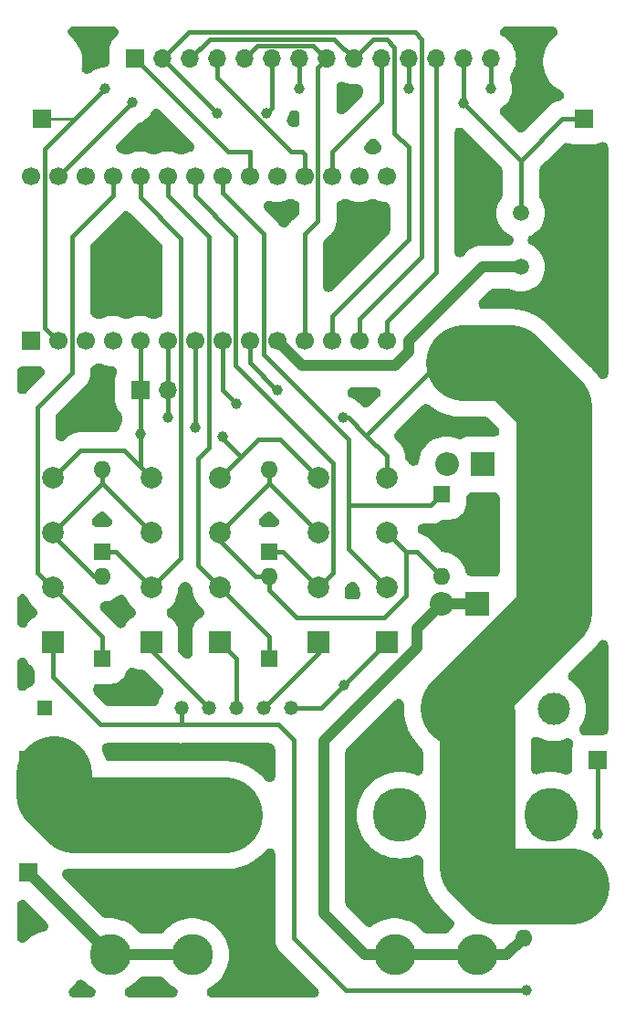
<source format=gbr>
%TF.GenerationSoftware,KiCad,Pcbnew,7.0.1*%
%TF.CreationDate,2023-03-21T13:08:01-05:00*%
%TF.ProjectId,Bluetooth Multimeter,426c7565-746f-46f7-9468-204d756c7469,rev?*%
%TF.SameCoordinates,Original*%
%TF.FileFunction,Copper,L2,Bot*%
%TF.FilePolarity,Positive*%
%FSLAX46Y46*%
G04 Gerber Fmt 4.6, Leading zero omitted, Abs format (unit mm)*
G04 Created by KiCad (PCBNEW 7.0.1) date 2023-03-21 13:08:01*
%MOMM*%
%LPD*%
G01*
G04 APERTURE LIST*
%TA.AperFunction,ComponentPad*%
%ADD10R,2.000000X2.000000*%
%TD*%
%TA.AperFunction,ComponentPad*%
%ADD11C,2.000000*%
%TD*%
%TA.AperFunction,ComponentPad*%
%ADD12C,5.000000*%
%TD*%
%TA.AperFunction,ComponentPad*%
%ADD13R,1.600000X1.600000*%
%TD*%
%TA.AperFunction,ComponentPad*%
%ADD14O,1.600000X1.600000*%
%TD*%
%TA.AperFunction,ComponentPad*%
%ADD15R,1.700000X1.700000*%
%TD*%
%TA.AperFunction,ComponentPad*%
%ADD16R,2.200000X2.200000*%
%TD*%
%TA.AperFunction,ComponentPad*%
%ADD17O,2.200000X2.200000*%
%TD*%
%TA.AperFunction,ComponentPad*%
%ADD18C,1.600000*%
%TD*%
%TA.AperFunction,ComponentPad*%
%ADD19C,3.000000*%
%TD*%
%TA.AperFunction,ComponentPad*%
%ADD20O,1.700000X1.700000*%
%TD*%
%TA.AperFunction,ComponentPad*%
%ADD21R,1.320000X1.320000*%
%TD*%
%TA.AperFunction,ComponentPad*%
%ADD22C,1.320000*%
%TD*%
%TA.AperFunction,ComponentPad*%
%ADD23C,1.500000*%
%TD*%
%TA.AperFunction,ComponentPad*%
%ADD24C,1.700000*%
%TD*%
%TA.AperFunction,ComponentPad*%
%ADD25C,3.810000*%
%TD*%
%TA.AperFunction,ViaPad*%
%ADD26C,1.000000*%
%TD*%
%TA.AperFunction,Conductor*%
%ADD27C,0.400000*%
%TD*%
%TA.AperFunction,Conductor*%
%ADD28C,0.250000*%
%TD*%
%TA.AperFunction,Conductor*%
%ADD29C,1.000000*%
%TD*%
%TA.AperFunction,Conductor*%
%ADD30C,7.000000*%
%TD*%
G04 APERTURE END LIST*
D10*
%TO.P,K3,1,COM*%
%TO.N,Net-(K3-COM)*%
X139192000Y-110490000D03*
D11*
%TO.P,K3,3,K*%
%TO.N,/High Range Control*%
X139192000Y-105410000D03*
%TO.P,K3,5,A*%
%TO.N,GND*%
X139192000Y-100330000D03*
%TO.P,K3,7,NO*%
%TO.N,/V{slash}Ohm ADC In*%
X139192000Y-95250000D03*
%TD*%
D12*
%TO.P,F2,1*%
%TO.N,/A In*%
X125679200Y-126492000D03*
%TO.P,F2,2*%
X139674600Y-126492000D03*
%TO.P,F2,3*%
%TO.N,/A ADC In*%
X155930600Y-126492000D03*
%TO.P,F2,4*%
X169926000Y-126492000D03*
%TD*%
D13*
%TO.P,D6,1,K*%
%TO.N,/Med Range Control*%
X128270000Y-102108000D03*
D14*
%TO.P,D6,2,A*%
%TO.N,GND*%
X128270000Y-94488000D03*
%TD*%
D15*
%TO.P,J4,1,Pin_1*%
%TO.N,/A In*%
X121412000Y-121412000D03*
%TD*%
D16*
%TO.P,D2,1,K*%
%TO.N,/mA ADC In*%
X163068000Y-106934000D03*
D17*
%TO.P,D2,2,A*%
%TO.N,/Input Common*%
X163068000Y-117094000D03*
%TD*%
D15*
%TO.P,J7,1,Pin_1*%
%TO.N,GND*%
X172974000Y-61976000D03*
%TD*%
D13*
%TO.P,D9,1,K*%
%TO.N,/V{slash}Ohm Control*%
X159766000Y-96774000D03*
D14*
%TO.P,D9,2,A*%
%TO.N,GND*%
X159766000Y-104394000D03*
%TD*%
D10*
%TO.P,K5,1,COM*%
%TO.N,/Ohm Vout*%
X154686000Y-110490000D03*
D11*
%TO.P,K5,3,K*%
%TO.N,/V{slash}Ohm Control*%
X154686000Y-105410000D03*
%TO.P,K5,5,A*%
%TO.N,GND*%
X154686000Y-100330000D03*
%TO.P,K5,7,NO*%
%TO.N,/Input Common*%
X154686000Y-95250000D03*
%TD*%
D16*
%TO.P,D1,1,K*%
%TO.N,/Input Common*%
X159766000Y-117094000D03*
D17*
%TO.P,D1,2,A*%
%TO.N,/mA ADC In*%
X159766000Y-106934000D03*
%TD*%
D15*
%TO.P,J3,1,Pin_1*%
%TO.N,/mA In*%
X121412000Y-131826000D03*
%TD*%
D18*
%TO.P,R1,1*%
%TO.N,/Input Common*%
X167386000Y-135353000D03*
D14*
%TO.P,R1,2*%
%TO.N,/mA ADC In*%
X167386000Y-137893000D03*
%TD*%
D19*
%TO.P,R2,1*%
%TO.N,/A ADC In*%
X170180000Y-116616000D03*
%TO.P,R2,2*%
%TO.N,/Input Common*%
X170180000Y-88616000D03*
%TD*%
D15*
%TO.P,J1,1,Pin_1*%
%TO.N,/V{slash}Ohm In*%
X174244000Y-121412000D03*
%TD*%
%TO.P,J2,1,Pin_1*%
%TO.N,/Input Common*%
X173990000Y-132080000D03*
%TD*%
%TO.P,J6,1,Pin_1*%
%TO.N,+3.3V*%
X122682000Y-61976000D03*
%TD*%
D13*
%TO.P,D8,1,K*%
%TO.N,/UH Range Control*%
X143764000Y-102108000D03*
D14*
%TO.P,D8,2,A*%
%TO.N,GND*%
X143764000Y-94488000D03*
%TD*%
D13*
%TO.P,D7,1,K*%
%TO.N,/High Range Control*%
X143764000Y-112014000D03*
D14*
%TO.P,D7,2,A*%
%TO.N,GND*%
X143764000Y-104394000D03*
%TD*%
D10*
%TO.P,K1,1,COM*%
%TO.N,/V{slash}Ohm In*%
X123698000Y-110490000D03*
D11*
%TO.P,K1,3,K*%
%TO.N,/Low Range Control*%
X123698000Y-105410000D03*
%TO.P,K1,5,A*%
%TO.N,GND*%
X123698000Y-100330000D03*
%TO.P,K1,7,NO*%
%TO.N,/V{slash}Ohm ADC In*%
X123698000Y-95250000D03*
%TD*%
D15*
%TO.P,J5,1,Pin_1*%
%TO.N,/V{slash}Ohm ADC In*%
X131821000Y-87122000D03*
D20*
%TO.P,J5,2,Pin_2*%
%TO.N,/Input Common*%
X134361000Y-87122000D03*
%TD*%
D15*
%TO.P,DS1,1,T_IRQ*%
%TO.N,/TOUCH IRQ*%
X131318000Y-56388000D03*
D20*
%TO.P,DS1,2,T_DO(MISO)*%
%TO.N,/MISO*%
X133858000Y-56388000D03*
%TO.P,DS1,3,T_DIN(MOSI)*%
%TO.N,/MOSI*%
X136398000Y-56388000D03*
%TO.P,DS1,4,T_CS*%
%TO.N,/TOUCH CS*%
X138938000Y-56388000D03*
%TO.P,DS1,5,T_CLK(SCK)*%
%TO.N,/SCK*%
X141478000Y-56388000D03*
%TO.P,DS1,6,SDO(MISO)*%
%TO.N,/MISO*%
X144018000Y-56388000D03*
%TO.P,DS1,7,LED*%
%TO.N,+3.3V*%
X146558000Y-56388000D03*
%TO.P,DS1,8,SCK*%
%TO.N,/SCK*%
X149098000Y-56388000D03*
%TO.P,DS1,9,SDI(MOSI)*%
%TO.N,/MOSI*%
X151638000Y-56388000D03*
%TO.P,DS1,10,DC*%
%TO.N,/TFT DC*%
X154178000Y-56388000D03*
%TO.P,DS1,11,RESET*%
%TO.N,+3.3V*%
X156718000Y-56388000D03*
%TO.P,DS1,12,CS*%
%TO.N,/TFT CS*%
X159258000Y-56388000D03*
%TO.P,DS1,13,GND*%
%TO.N,GND*%
X161798000Y-56388000D03*
%TO.P,DS1,14,VCC*%
%TO.N,+3.3V*%
X164338000Y-56388000D03*
%TD*%
D16*
%TO.P,D4,1,K*%
%TO.N,/A ADC In*%
X163576000Y-93980000D03*
D17*
%TO.P,D4,2,A*%
%TO.N,/Input Common*%
X163576000Y-83820000D03*
%TD*%
D21*
%TO.P,RN1,1,9M*%
%TO.N,unconnected-(RN1-9M-Pad1)*%
X122936000Y-116586000D03*
D22*
%TO.P,RN1,2,900k*%
%TO.N,/V{slash}Ohm In*%
X135636000Y-116586000D03*
%TO.P,RN1,3,90k*%
%TO.N,Net-(K2-COM)*%
X138176000Y-116586000D03*
%TO.P,RN1,4,9k*%
%TO.N,Net-(K3-COM)*%
X140716000Y-116586000D03*
%TO.P,RN1,5,1k*%
%TO.N,Net-(K4-COM)*%
X143256000Y-116586000D03*
%TO.P,RN1,6,COM*%
%TO.N,/Ohm Vout*%
X145796000Y-116586000D03*
%TD*%
D23*
%TO.P,LS1,1*%
%TO.N,/Speaker Control*%
X167132000Y-75692000D03*
%TO.P,LS1,2*%
%TO.N,GND*%
X167132000Y-70692000D03*
%TD*%
D13*
%TO.P,D5,1,K*%
%TO.N,/Low Range Control*%
X128270000Y-112014000D03*
D14*
%TO.P,D5,2,A*%
%TO.N,GND*%
X128270000Y-104394000D03*
%TD*%
D15*
%TO.P,U1,1,Reset*%
%TO.N,unconnected-(U1-Reset-Pad1)*%
X121666000Y-82550000D03*
D24*
%TO.P,U1,2,3.3V*%
%TO.N,+3.3V*%
X124206000Y-82550000D03*
%TO.P,U1,3,Enable*%
%TO.N,unconnected-(U1-Enable-Pad3)*%
X126746000Y-82550000D03*
%TO.P,U1,4,VHI*%
%TO.N,unconnected-(U1-VHI-Pad4)*%
X129286000Y-82550000D03*
%TO.P,U1,5,A0/14*%
%TO.N,/V{slash}Ohm ADC In*%
X131826000Y-82550000D03*
%TO.P,U1,6,A1/15*%
%TO.N,/Input Common*%
X134366000Y-82550000D03*
%TO.P,U1,7,A2/16*%
%TO.N,/Ohm Vout*%
X136906000Y-82550000D03*
%TO.P,U1,8,A3/17*%
%TO.N,/mA ADC In*%
X139446000Y-82550000D03*
%TO.P,U1,9,A4/18*%
%TO.N,/A ADC In*%
X141986000Y-82550000D03*
%TO.P,U1,10,A5/19*%
%TO.N,/Speaker Control*%
X144526000Y-82550000D03*
%TO.P,U1,11,SCK/25*%
%TO.N,/SCK*%
X147066000Y-82550000D03*
%TO.P,U1,12,MOSI/24*%
%TO.N,/MOSI*%
X149606000Y-82550000D03*
%TO.P,U1,13,MISO/23*%
%TO.N,/MISO*%
X152146000Y-82550000D03*
%TO.P,U1,14,D2/2*%
%TO.N,/TFT CS*%
X154686000Y-82550000D03*
%TO.P,U1,15,RX/0*%
%TO.N,unconnected-(U1-RX{slash}0-Pad15)*%
X154686000Y-67310000D03*
%TO.P,U1,16,TX/1*%
%TO.N,unconnected-(U1-TX{slash}1-Pad16)*%
X152146000Y-67310000D03*
%TO.P,U1,17,SDA/21*%
%TO.N,/TFT DC*%
X149606000Y-67310000D03*
%TO.P,U1,18,SCL/22*%
%TO.N,/TOUCH CS*%
X147066000Y-67310000D03*
%TO.P,U1,19,D5/5!*%
%TO.N,unconnected-(U1-D5{slash}5!-Pad19)*%
X144526000Y-67310000D03*
%TO.P,U1,20,D7/7*%
%TO.N,/TOUCH IRQ*%
X141986000Y-67310000D03*
%TO.P,U1,21,D9/9*%
%TO.N,/V{slash}Ohm Control*%
X139446000Y-67310000D03*
%TO.P,U1,22,D10/10*%
%TO.N,/UH Range Control*%
X136906000Y-67310000D03*
%TO.P,U1,23,D11/11*%
%TO.N,/High Range Control*%
X134366000Y-67310000D03*
%TO.P,U1,24,D12/12*%
%TO.N,/Med Range Control*%
X131826000Y-67310000D03*
%TO.P,U1,25,D13/13*%
%TO.N,/Low Range Control*%
X129286000Y-67310000D03*
%TO.P,U1,26,VBUS*%
%TO.N,unconnected-(U1-VBUS-Pad26)*%
X126746000Y-67310000D03*
%TO.P,U1,27,GND*%
%TO.N,GND*%
X124206000Y-67310000D03*
%TO.P,U1,28,VBAT*%
%TO.N,unconnected-(U1-VBAT-Pad28)*%
X121666000Y-67310000D03*
%TD*%
D25*
%TO.P,F1,1*%
%TO.N,/mA In*%
X129032000Y-139446000D03*
%TO.P,F1,2*%
X136652000Y-139446000D03*
%TO.P,F1,3*%
%TO.N,/mA ADC In*%
X155448000Y-139446000D03*
%TO.P,F1,4*%
X163068000Y-139446000D03*
%TD*%
D10*
%TO.P,K2,1,COM*%
%TO.N,Net-(K2-COM)*%
X132842000Y-110490000D03*
D11*
%TO.P,K2,3,K*%
%TO.N,/Med Range Control*%
X132842000Y-105410000D03*
%TO.P,K2,5,A*%
%TO.N,GND*%
X132842000Y-100330000D03*
%TO.P,K2,7,NO*%
%TO.N,/V{slash}Ohm ADC In*%
X132842000Y-95250000D03*
%TD*%
D10*
%TO.P,K4,1,COM*%
%TO.N,Net-(K4-COM)*%
X148336000Y-110490000D03*
D11*
%TO.P,K4,3,K*%
%TO.N,/UH Range Control*%
X148336000Y-105410000D03*
%TO.P,K4,5,A*%
%TO.N,GND*%
X148336000Y-100330000D03*
%TO.P,K4,7,NO*%
%TO.N,/V{slash}Ohm ADC In*%
X148336000Y-95250000D03*
%TD*%
D16*
%TO.P,D3,1,K*%
%TO.N,/Input Common*%
X160274000Y-83820000D03*
D17*
%TO.P,D3,2,A*%
%TO.N,/A ADC In*%
X160274000Y-93980000D03*
%TD*%
D26*
%TO.N,+3.3V*%
X156718000Y-59182000D03*
X164338000Y-59182000D03*
X146558000Y-59182000D03*
X128524000Y-59182000D03*
%TO.N,GND*%
X161798000Y-60492000D03*
X131064000Y-60452000D03*
%TO.N,/Input Common*%
X150622000Y-89660957D03*
X134361000Y-89657000D03*
%TO.N,/mA ADC In*%
X140716000Y-88392000D03*
%TO.N,/A ADC In*%
X144526000Y-87122000D03*
%TO.N,/MISO*%
X143510000Y-61468000D03*
X138938000Y-61468000D03*
%TO.N,/V{slash}Ohm In*%
X174244000Y-128270000D03*
X167640000Y-142748000D03*
%TO.N,/V{slash}Ohm ADC In*%
X131821000Y-91186000D03*
X139446000Y-91440000D03*
%TO.N,/Ohm Vout*%
X136892500Y-90561500D03*
X150749000Y-114427000D03*
%TD*%
D27*
%TO.N,+3.3V*%
X156718000Y-56388000D02*
X156718000Y-59182000D01*
D28*
X122682000Y-61976000D02*
X125730000Y-61976000D01*
D27*
X122956000Y-81300000D02*
X124206000Y-82550000D01*
X128524000Y-59182000D02*
X125730000Y-61976000D01*
X122956000Y-64750000D02*
X122956000Y-81300000D01*
X146558000Y-56388000D02*
X146558000Y-59182000D01*
X164338000Y-56388000D02*
X164338000Y-59182000D01*
X125730000Y-61976000D02*
X122956000Y-64750000D01*
%TO.N,GND*%
X142494000Y-104394000D02*
X139192000Y-101092000D01*
X128270000Y-95758000D02*
X132842000Y-100330000D01*
X139192000Y-100330000D02*
X143764000Y-95758000D01*
X156464000Y-102108000D02*
X156464000Y-106172000D01*
X146304000Y-108204000D02*
X143764000Y-105664000D01*
X170982000Y-61976000D02*
X172974000Y-61976000D01*
X167132000Y-65826000D02*
X170982000Y-61976000D01*
X156464000Y-106172000D02*
X154432000Y-108204000D01*
X143764000Y-105664000D02*
X143764000Y-104394000D01*
X143764000Y-104394000D02*
X142494000Y-104394000D01*
X139192000Y-101092000D02*
X139192000Y-100330000D01*
X131064000Y-60452000D02*
X124206000Y-67310000D01*
X167132000Y-70692000D02*
X167132000Y-65826000D01*
X154686000Y-100330000D02*
X156464000Y-102108000D01*
X123698000Y-100330000D02*
X128270000Y-95758000D01*
X167132000Y-65826000D02*
X161798000Y-60492000D01*
X159766000Y-104394000D02*
X157480000Y-102108000D01*
X157480000Y-102108000D02*
X156464000Y-102108000D01*
X127508000Y-104394000D02*
X123698000Y-100584000D01*
X123698000Y-100584000D02*
X123698000Y-100330000D01*
X128270000Y-94488000D02*
X128270000Y-95758000D01*
X143764000Y-94488000D02*
X143764000Y-95758000D01*
X143764000Y-95758000D02*
X148336000Y-100330000D01*
X128270000Y-104394000D02*
X127508000Y-104394000D01*
X161798000Y-56388000D02*
X161798000Y-60492000D01*
X154432000Y-108204000D02*
X146304000Y-108204000D01*
D29*
%TO.N,/Speaker Control*%
X144526000Y-82550000D02*
X146812000Y-84836000D01*
X156718000Y-82550000D02*
X163576000Y-75692000D01*
X163576000Y-75692000D02*
X167132000Y-75692000D01*
X156718000Y-83566000D02*
X156718000Y-82550000D01*
X155448000Y-84836000D02*
X156718000Y-83566000D01*
X146812000Y-84836000D02*
X155448000Y-84836000D01*
D27*
%TO.N,/Input Common*%
X150622000Y-89660957D02*
X151128957Y-89660957D01*
X151128957Y-89660957D02*
X152781000Y-91313000D01*
X160274000Y-83820000D02*
X152781000Y-91313000D01*
D30*
X170180000Y-107696000D02*
X161290000Y-116586000D01*
X163068000Y-128402125D02*
X163068000Y-131318000D01*
D27*
X152781000Y-91313000D02*
X154686000Y-93218000D01*
D30*
X163068000Y-131318000D02*
X164846000Y-133096000D01*
X164846000Y-133096000D02*
X171818000Y-133096000D01*
D27*
X163576000Y-83820000D02*
X160274000Y-83820000D01*
D30*
X165862000Y-84582000D02*
X161798000Y-84582000D01*
D27*
X154686000Y-93218000D02*
X154686000Y-95250000D01*
X134361000Y-87122000D02*
X134361000Y-89657000D01*
D30*
X163068000Y-117094000D02*
X163068000Y-128402125D01*
D27*
X134361000Y-87122000D02*
X134361000Y-82555000D01*
X134361000Y-82555000D02*
X134366000Y-82550000D01*
D30*
X170180000Y-88616000D02*
X170180000Y-107696000D01*
X170180000Y-88616000D02*
X166146000Y-84582000D01*
X166146000Y-84582000D02*
X165862000Y-84582000D01*
D29*
%TO.N,/mA ADC In*%
X157480000Y-110998000D02*
X157480000Y-109220000D01*
X148844000Y-119634000D02*
X157480000Y-110998000D01*
X148844000Y-135636000D02*
X148844000Y-119634000D01*
X163068000Y-106934000D02*
X159766000Y-106934000D01*
X157480000Y-109220000D02*
X159766000Y-106934000D01*
X155448000Y-139446000D02*
X152654000Y-139446000D01*
X163068000Y-139446000D02*
X165833000Y-139446000D01*
X165833000Y-139446000D02*
X167386000Y-137893000D01*
D27*
X139446000Y-87122000D02*
X139446000Y-82550000D01*
D29*
X163068000Y-139446000D02*
X155448000Y-139446000D01*
D27*
X140716000Y-88392000D02*
X139446000Y-87122000D01*
D29*
X152654000Y-139446000D02*
X148844000Y-135636000D01*
D27*
%TO.N,/A ADC In*%
X144507250Y-87103250D02*
X141986000Y-84582000D01*
X141986000Y-84582000D02*
X141986000Y-82550000D01*
X144507250Y-87103250D02*
X144526000Y-87122000D01*
%TO.N,/TOUCH IRQ*%
X139954000Y-65024000D02*
X141986000Y-65024000D01*
X131318000Y-56388000D02*
X139954000Y-65024000D01*
X141986000Y-65024000D02*
X141986000Y-67310000D01*
%TO.N,/MISO*%
X136308000Y-53938000D02*
X133858000Y-56388000D01*
X157968000Y-74696000D02*
X157968000Y-54590000D01*
X152146000Y-80518000D02*
X157968000Y-74696000D01*
X143510000Y-61468000D02*
X144018000Y-60960000D01*
X157968000Y-54590000D02*
X157316000Y-53938000D01*
X133858000Y-56388000D02*
X138938000Y-61468000D01*
X152146000Y-82550000D02*
X152146000Y-80518000D01*
X144018000Y-60960000D02*
X144018000Y-56388000D01*
X157316000Y-53938000D02*
X136308000Y-53938000D01*
%TO.N,/MOSI*%
X138248000Y-54538000D02*
X136398000Y-56388000D01*
X155428000Y-55352000D02*
X154686000Y-54610000D01*
X155428000Y-63266000D02*
X155428000Y-55352000D01*
X154686000Y-54610000D02*
X153416000Y-54610000D01*
X149606000Y-82550000D02*
X149606000Y-80264000D01*
X156718000Y-64556000D02*
X155428000Y-63266000D01*
X156718000Y-73152000D02*
X156718000Y-64556000D01*
X149606000Y-80264000D02*
X156718000Y-73152000D01*
X149788000Y-54538000D02*
X138248000Y-54538000D01*
X151638000Y-56388000D02*
X149788000Y-54538000D01*
X153416000Y-54610000D02*
X151638000Y-56388000D01*
%TO.N,/TOUCH CS*%
X146812000Y-65024000D02*
X145793207Y-65024000D01*
X147066000Y-65278000D02*
X146812000Y-65024000D01*
X147066000Y-67310000D02*
X147066000Y-65278000D01*
X145793207Y-65024000D02*
X138938000Y-58168793D01*
X138938000Y-58168793D02*
X138938000Y-56388000D01*
%TO.N,/SCK*%
X148316000Y-57170000D02*
X149098000Y-56388000D01*
X147066000Y-82550000D02*
X147066000Y-72644000D01*
X149098000Y-56388000D02*
X147848000Y-55138000D01*
X142728000Y-55138000D02*
X141478000Y-56388000D01*
X147066000Y-72644000D02*
X148316000Y-71394000D01*
X148316000Y-71394000D02*
X148316000Y-57170000D01*
X147848000Y-55138000D02*
X142728000Y-55138000D01*
%TO.N,/TFT DC*%
X149606000Y-65024000D02*
X154178000Y-60452000D01*
X154178000Y-60452000D02*
X154178000Y-56388000D01*
X149606000Y-67310000D02*
X149606000Y-65024000D01*
%TO.N,/TFT CS*%
X159258000Y-76200000D02*
X154686000Y-80772000D01*
X154686000Y-80772000D02*
X154686000Y-82550000D01*
X159258000Y-56388000D02*
X159258000Y-76200000D01*
D29*
%TO.N,/mA In*%
X121412000Y-131826000D02*
X129032000Y-139446000D01*
X129032000Y-139446000D02*
X136652000Y-139446000D01*
D30*
%TO.N,/A In*%
X125679200Y-126492000D02*
X123818000Y-124630800D01*
X125679200Y-126492000D02*
X139674600Y-126492000D01*
X123818000Y-124630800D02*
X123818000Y-122682000D01*
D27*
%TO.N,/V{slash}Ohm In*%
X135636000Y-116586000D02*
X135636000Y-118110000D01*
X146050000Y-137922000D02*
X146050000Y-119498000D01*
X144662000Y-118110000D02*
X135636000Y-118110000D01*
X174244000Y-128270000D02*
X174244000Y-121412000D01*
X128113000Y-118110000D02*
X123698000Y-113695000D01*
X146050000Y-119498000D02*
X144662000Y-118110000D01*
X150876000Y-142748000D02*
X146050000Y-137922000D01*
X135636000Y-118110000D02*
X128113000Y-118110000D01*
X123698000Y-113695000D02*
X123698000Y-110490000D01*
X167640000Y-142748000D02*
X150876000Y-142748000D01*
%TO.N,/V{slash}Ohm ADC In*%
X123698000Y-95250000D02*
X126238000Y-92710000D01*
X131821000Y-91694000D02*
X131821000Y-94229000D01*
X141154000Y-93288000D02*
X142748000Y-91694000D01*
X131821000Y-94229000D02*
X132842000Y-95250000D01*
X139446000Y-91580000D02*
X139446000Y-91440000D01*
X126238000Y-92710000D02*
X130302000Y-92710000D01*
X130302000Y-92710000D02*
X132842000Y-95250000D01*
X141154000Y-93288000D02*
X139446000Y-91580000D01*
X131821000Y-82555000D02*
X131826000Y-82550000D01*
X142748000Y-91694000D02*
X144780000Y-91694000D01*
X139192000Y-95250000D02*
X141154000Y-93288000D01*
X131821000Y-87122000D02*
X131821000Y-82555000D01*
X131821000Y-87122000D02*
X131821000Y-91694000D01*
X131821000Y-91694000D02*
X131821000Y-91186000D01*
X144780000Y-91694000D02*
X148336000Y-95250000D01*
%TO.N,/Low Range Control*%
X125496000Y-85465884D02*
X125496000Y-72878000D01*
X123698000Y-105410000D02*
X122298000Y-104010000D01*
X122298000Y-104010000D02*
X122298000Y-88663884D01*
X128270000Y-109982000D02*
X123698000Y-105410000D01*
X129286000Y-69088000D02*
X129286000Y-67310000D01*
X128270000Y-112014000D02*
X128270000Y-109982000D01*
X122298000Y-88663884D02*
X125496000Y-85465884D01*
X125496000Y-72878000D02*
X129286000Y-69088000D01*
%TO.N,/Med Range Control*%
X135616000Y-73005000D02*
X131826000Y-69215000D01*
X135616000Y-102636000D02*
X135616000Y-73005000D01*
X132842000Y-105410000D02*
X135616000Y-102636000D01*
X131826000Y-69215000D02*
X131826000Y-67310000D01*
X128270000Y-102108000D02*
X129540000Y-102108000D01*
X129540000Y-102108000D02*
X132842000Y-105410000D01*
%TO.N,/High Range Control*%
X143764000Y-112014000D02*
X143764000Y-109982000D01*
X138176000Y-92456000D02*
X138176000Y-72898000D01*
X137160000Y-93472000D02*
X138176000Y-92456000D01*
X143764000Y-109982000D02*
X139192000Y-105410000D01*
X138176000Y-72898000D02*
X134366000Y-69088000D01*
X139192000Y-105410000D02*
X137160000Y-103378000D01*
X137160000Y-103378000D02*
X137160000Y-93472000D01*
X134366000Y-69088000D02*
X134366000Y-67310000D01*
%TO.N,/UH Range Control*%
X148336000Y-105410000D02*
X149736000Y-104010000D01*
X143764000Y-102108000D02*
X145034000Y-102108000D01*
X149736000Y-104010000D02*
X149736000Y-93856000D01*
X140696000Y-72878000D02*
X136906000Y-69088000D01*
X149736000Y-93856000D02*
X140696000Y-84816000D01*
X140696000Y-84816000D02*
X140696000Y-72878000D01*
X145034000Y-102108000D02*
X148336000Y-105410000D01*
X136906000Y-69088000D02*
X136906000Y-67310000D01*
%TO.N,/Ohm Vout*%
X150749000Y-114427000D02*
X154686000Y-110490000D01*
X136892500Y-90561500D02*
X136906000Y-90548000D01*
X136906000Y-90548000D02*
X136906000Y-82550000D01*
X148590000Y-116586000D02*
X145796000Y-116586000D01*
X150749000Y-114427000D02*
X148590000Y-116586000D01*
%TO.N,/V{slash}Ohm Control*%
X151130000Y-91694000D02*
X143256000Y-83820000D01*
X143256000Y-72644000D02*
X139446000Y-68834000D01*
X151130000Y-97790000D02*
X151130000Y-91694000D01*
X158750000Y-97790000D02*
X151130000Y-97790000D01*
X151130000Y-101854000D02*
X151130000Y-97790000D01*
X143256000Y-83820000D02*
X143256000Y-72644000D01*
X154686000Y-105410000D02*
X151130000Y-101854000D01*
X139446000Y-68834000D02*
X139446000Y-67310000D01*
X159766000Y-96774000D02*
X158750000Y-97790000D01*
%TO.N,Net-(K2-COM)*%
X132842000Y-111252000D02*
X132842000Y-110490000D01*
X138176000Y-116586000D02*
X132842000Y-111252000D01*
%TO.N,Net-(K3-COM)*%
X140716000Y-112014000D02*
X139192000Y-110490000D01*
X140716000Y-116586000D02*
X140716000Y-112014000D01*
%TO.N,Net-(K4-COM)*%
X148336000Y-111506000D02*
X148336000Y-110490000D01*
X143256000Y-116586000D02*
X148336000Y-111506000D01*
%TD*%
%TA.AperFunction,NonConductor*%
G36*
X129460231Y-53405325D02*
G01*
X129580053Y-53454667D01*
X129683129Y-53533198D01*
X129762510Y-53635621D01*
X129812840Y-53755031D01*
X129830728Y-53883373D01*
X129814966Y-54011994D01*
X129766617Y-54132220D01*
X129688941Y-54235942D01*
X129612580Y-54296141D01*
X129593108Y-54312632D01*
X129593106Y-54312634D01*
X129403350Y-54473350D01*
X129242634Y-54663106D01*
X129242632Y-54663108D01*
X129242632Y-54663109D01*
X129115345Y-54876724D01*
X129115343Y-54876727D01*
X129115344Y-54876727D01*
X129024950Y-55108386D01*
X128973919Y-55351763D01*
X128973919Y-55351767D01*
X128967500Y-55455158D01*
X128967500Y-56680084D01*
X128952000Y-56803490D01*
X128906462Y-56919229D01*
X128833715Y-57020111D01*
X128738280Y-57099869D01*
X128626084Y-57153548D01*
X128504099Y-57177813D01*
X128238567Y-57196804D01*
X127958957Y-57257629D01*
X127690835Y-57357634D01*
X127439684Y-57494773D01*
X127187261Y-57683735D01*
X127069043Y-57749351D01*
X126937550Y-57780821D01*
X126802435Y-57775836D01*
X126673619Y-57734761D01*
X126560557Y-57660612D01*
X126471552Y-57558833D01*
X126413138Y-57436896D01*
X126389603Y-57303753D01*
X126402673Y-57169186D01*
X126403923Y-57163914D01*
X126444500Y-56816759D01*
X126444500Y-56467241D01*
X126403923Y-56120086D01*
X126323319Y-55779989D01*
X126203777Y-55451549D01*
X126046913Y-55139207D01*
X125854849Y-54847189D01*
X125700388Y-54663109D01*
X125630183Y-54579441D01*
X125422852Y-54383835D01*
X125375953Y-54339588D01*
X125306332Y-54287757D01*
X125207944Y-54190633D01*
X125139980Y-54070235D01*
X125107661Y-53935810D01*
X125113468Y-53797676D01*
X125156956Y-53666437D01*
X125234785Y-53552169D01*
X125340982Y-53463642D01*
X125467394Y-53407653D01*
X125604317Y-53388500D01*
X129331745Y-53388500D01*
X129460231Y-53405325D01*
G37*
%TD.AperFunction*%
%TA.AperFunction,NonConductor*%
G36*
X150616846Y-58522995D02*
G01*
X150736197Y-58564053D01*
X150736559Y-58564231D01*
X150736573Y-58564238D01*
X151028341Y-58663280D01*
X151330540Y-58723391D01*
X151638000Y-58743543D01*
X151837250Y-58730483D01*
X151945865Y-58723365D01*
X152081183Y-58732976D01*
X152208913Y-58778679D01*
X152319613Y-58857095D01*
X152405101Y-58962429D01*
X152459060Y-59086896D01*
X152477500Y-59221297D01*
X152477500Y-59540938D01*
X152460497Y-59670089D01*
X152410647Y-59790438D01*
X152331346Y-59893784D01*
X150868346Y-61356784D01*
X150765000Y-61436085D01*
X150644651Y-61485935D01*
X150515500Y-61502938D01*
X150386349Y-61485935D01*
X150266000Y-61436085D01*
X150162654Y-61356784D01*
X150083353Y-61253438D01*
X150033503Y-61133089D01*
X150016500Y-61003938D01*
X150016500Y-59011595D01*
X150032462Y-58886393D01*
X150079328Y-58769200D01*
X150154099Y-58667516D01*
X150251992Y-58587845D01*
X150366743Y-58535284D01*
X150491011Y-58513196D01*
X150616846Y-58522995D01*
G37*
%TD.AperFunction*%
%TA.AperFunction,NonConductor*%
G36*
X146219760Y-61155708D02*
G01*
X146222524Y-61156309D01*
X146349334Y-61202566D01*
X146459106Y-61281117D01*
X146543809Y-61386217D01*
X146597243Y-61510173D01*
X146615500Y-61643915D01*
X146615500Y-62236731D01*
X146598497Y-62365882D01*
X146548647Y-62486231D01*
X146469346Y-62589577D01*
X146366000Y-62668878D01*
X146245651Y-62718728D01*
X146116500Y-62735731D01*
X145987349Y-62718728D01*
X145867000Y-62668878D01*
X145763654Y-62589577D01*
X145586435Y-62412358D01*
X145510134Y-62314137D01*
X145460494Y-62200097D01*
X145440599Y-62077323D01*
X145451683Y-61953451D01*
X145459776Y-61916246D01*
X145484873Y-61834983D01*
X145523413Y-61759152D01*
X145531637Y-61745904D01*
X145557999Y-61683946D01*
X145569979Y-61657893D01*
X145576900Y-61643915D01*
X145599859Y-61597547D01*
X145607444Y-61573579D01*
X145624029Y-61528756D01*
X145648868Y-61470380D01*
X145649757Y-61470758D01*
X145677020Y-61401901D01*
X145752376Y-61299192D01*
X145851281Y-61218910D01*
X145967291Y-61166287D01*
X146092845Y-61144751D01*
X146219760Y-61155708D01*
G37*
%TD.AperFunction*%
%TA.AperFunction,NonConductor*%
G36*
X170188606Y-53407653D02*
G01*
X170315018Y-53463642D01*
X170421215Y-53552169D01*
X170499044Y-53666437D01*
X170542532Y-53797676D01*
X170548339Y-53935810D01*
X170516020Y-54070235D01*
X170448056Y-54190633D01*
X170349667Y-54287757D01*
X170316253Y-54312634D01*
X170280042Y-54339592D01*
X170025816Y-54579441D01*
X169801152Y-54847187D01*
X169609085Y-55139208D01*
X169452224Y-55451546D01*
X169332681Y-55779987D01*
X169252076Y-56120089D01*
X169211500Y-56467242D01*
X169211500Y-56816758D01*
X169252076Y-57163910D01*
X169332681Y-57504012D01*
X169452224Y-57832453D01*
X169609085Y-58144791D01*
X169801152Y-58436812D01*
X170025816Y-58704558D01*
X170280047Y-58944413D01*
X170370289Y-59011595D01*
X170560404Y-59153130D01*
X170863096Y-59327889D01*
X170863101Y-59327891D01*
X170888266Y-59342420D01*
X170886593Y-59345316D01*
X170957124Y-59387643D01*
X171048861Y-59483455D01*
X171112112Y-59600052D01*
X171142409Y-59729194D01*
X171137611Y-59861755D01*
X171098056Y-59988368D01*
X171026540Y-60100087D01*
X171007337Y-60122760D01*
X170930661Y-60195886D01*
X170840273Y-60251175D01*
X170740250Y-60286133D01*
X170656081Y-60305828D01*
X170628007Y-60311552D01*
X170561659Y-60323107D01*
X170537837Y-60331151D01*
X170491907Y-60344247D01*
X170467409Y-60349980D01*
X170404964Y-60375147D01*
X170378081Y-60385095D01*
X170314269Y-60406643D01*
X170291946Y-60418233D01*
X170248563Y-60438182D01*
X170225234Y-60447584D01*
X170167336Y-60482005D01*
X170142289Y-60495938D01*
X170082533Y-60526964D01*
X170062244Y-60541824D01*
X170022414Y-60568162D01*
X170000792Y-60581016D01*
X169948840Y-60623861D01*
X169926214Y-60641454D01*
X169871876Y-60681252D01*
X169854091Y-60699037D01*
X169818753Y-60731143D01*
X169799348Y-60747146D01*
X169754541Y-60797423D01*
X169734862Y-60818266D01*
X167484845Y-63068283D01*
X167381499Y-63147584D01*
X167261150Y-63197434D01*
X167131999Y-63214437D01*
X167002848Y-63197434D01*
X166882499Y-63147584D01*
X166779153Y-63068283D01*
X165347865Y-61636995D01*
X165272868Y-61540959D01*
X165223383Y-61429610D01*
X165202360Y-61309587D01*
X165211053Y-61188047D01*
X165248943Y-61072238D01*
X165313771Y-60969064D01*
X165401672Y-60884679D01*
X165422315Y-60869226D01*
X165651395Y-60697739D01*
X165853739Y-60495395D01*
X166025226Y-60266315D01*
X166162367Y-60015161D01*
X166262369Y-59747046D01*
X166266253Y-59729194D01*
X166307205Y-59540938D01*
X166323196Y-59467428D01*
X166343610Y-59182000D01*
X166323196Y-58896572D01*
X166289907Y-58743543D01*
X166262370Y-58616957D01*
X166242706Y-58564237D01*
X166162367Y-58348839D01*
X166149895Y-58315400D01*
X166151381Y-58314845D01*
X166120645Y-58234101D01*
X166108271Y-58099248D01*
X166132611Y-57966033D01*
X166191873Y-57844269D01*
X166206772Y-57821970D01*
X166206778Y-57821964D01*
X166377960Y-57565772D01*
X166514238Y-57289427D01*
X166613280Y-56997659D01*
X166673391Y-56695460D01*
X166693543Y-56388000D01*
X166673391Y-56080540D01*
X166613280Y-55778341D01*
X166514238Y-55486573D01*
X166377960Y-55210229D01*
X166377959Y-55210228D01*
X166206780Y-54954038D01*
X166113073Y-54847187D01*
X166003620Y-54722380D01*
X165771964Y-54519222D01*
X165515772Y-54348040D01*
X165489408Y-54335038D01*
X165378650Y-54260508D01*
X165291615Y-54159276D01*
X165234535Y-54038591D01*
X165211496Y-53907092D01*
X165224146Y-53774190D01*
X165271581Y-53649398D01*
X165350405Y-53541650D01*
X165454975Y-53458656D01*
X165577808Y-53406359D01*
X165710111Y-53388500D01*
X170051683Y-53388500D01*
X170188606Y-53407653D01*
G37*
%TD.AperFunction*%
%TA.AperFunction,NonConductor*%
G36*
X133458349Y-61030177D02*
G01*
X133580508Y-61080048D01*
X133685325Y-61160195D01*
X136690091Y-64164961D01*
X136771418Y-64271851D01*
X136821290Y-64396559D01*
X136836095Y-64530052D01*
X136814759Y-64662658D01*
X136758828Y-64784770D01*
X136672354Y-64887540D01*
X136561603Y-64963525D01*
X136434597Y-65007218D01*
X136296343Y-65034719D01*
X136004573Y-65133761D01*
X135856701Y-65206684D01*
X135749311Y-65245109D01*
X135636000Y-65258144D01*
X135522689Y-65245109D01*
X135415299Y-65206684D01*
X135267426Y-65133761D01*
X134975662Y-65034721D01*
X134975661Y-65034720D01*
X134975659Y-65034720D01*
X134874472Y-65014592D01*
X134673459Y-64974608D01*
X134366000Y-64954457D01*
X134058540Y-64974608D01*
X133807614Y-65024521D01*
X133756341Y-65034720D01*
X133756339Y-65034720D01*
X133756337Y-65034721D01*
X133464573Y-65133761D01*
X133316701Y-65206684D01*
X133209311Y-65245109D01*
X133096000Y-65258144D01*
X132982689Y-65245109D01*
X132875299Y-65206684D01*
X132727426Y-65133761D01*
X132435662Y-65034721D01*
X132435661Y-65034720D01*
X132435659Y-65034720D01*
X132334472Y-65014592D01*
X132133459Y-64974608D01*
X131826000Y-64954457D01*
X131518540Y-64974608D01*
X131267614Y-65024521D01*
X131216341Y-65034720D01*
X131216339Y-65034720D01*
X131216337Y-65034721D01*
X130924573Y-65133761D01*
X130776701Y-65206684D01*
X130669311Y-65245109D01*
X130556000Y-65258144D01*
X130442689Y-65245109D01*
X130335299Y-65206684D01*
X130187427Y-65133762D01*
X129901856Y-65036823D01*
X129788428Y-64981462D01*
X129692520Y-64899412D01*
X129620266Y-64795923D01*
X129576290Y-64677615D01*
X129563405Y-64552058D01*
X129582436Y-64427285D01*
X129632164Y-64311278D01*
X129709405Y-64211463D01*
X131417454Y-62503414D01*
X131500515Y-62436479D01*
X131595913Y-62388727D01*
X131629046Y-62376369D01*
X131897161Y-62276367D01*
X132148315Y-62139226D01*
X132377395Y-61967739D01*
X132579739Y-61765395D01*
X132751226Y-61536315D01*
X132888367Y-61285161D01*
X132888368Y-61285157D01*
X132894517Y-61273897D01*
X132972508Y-61167466D01*
X133075668Y-61085198D01*
X133196785Y-61032845D01*
X133327389Y-61014067D01*
X133458349Y-61030177D01*
G37*
%TD.AperFunction*%
%TA.AperFunction,NonConductor*%
G36*
X153593361Y-63789906D02*
G01*
X153713279Y-63838430D01*
X153816695Y-63916148D01*
X153896656Y-64017839D01*
X153934000Y-64080656D01*
X153947932Y-64105700D01*
X153952670Y-64114825D01*
X153978964Y-64165465D01*
X153993820Y-64185750D01*
X154020161Y-64225583D01*
X154033016Y-64247206D01*
X154075863Y-64299161D01*
X154093468Y-64321804D01*
X154106344Y-64339385D01*
X154170039Y-64456492D01*
X154200457Y-64586285D01*
X154195425Y-64719499D01*
X154155303Y-64846627D01*
X154082955Y-64958596D01*
X153983544Y-65047414D01*
X153864166Y-65106743D01*
X153784574Y-65133761D01*
X153636701Y-65206684D01*
X153529311Y-65245109D01*
X153416000Y-65258144D01*
X153302689Y-65245109D01*
X153195299Y-65206684D01*
X153047428Y-65133762D01*
X152951485Y-65101194D01*
X152838058Y-65045833D01*
X152742149Y-64963784D01*
X152669895Y-64860294D01*
X152625919Y-64741987D01*
X152613034Y-64616430D01*
X152632065Y-64491656D01*
X152681793Y-64375649D01*
X152759033Y-64275836D01*
X153114889Y-63919980D01*
X153217441Y-63841141D01*
X153336821Y-63791309D01*
X153465000Y-63773839D01*
X153593361Y-63789906D01*
G37*
%TD.AperFunction*%
%TA.AperFunction,NonConductor*%
G36*
X145909312Y-69374891D02*
G01*
X146016697Y-69413314D01*
X146164573Y-69486238D01*
X146276903Y-69524369D01*
X146388274Y-69578388D01*
X146482926Y-69658163D01*
X146555029Y-69758782D01*
X146600146Y-69874054D01*
X146615500Y-69996885D01*
X146615500Y-70482937D01*
X146598497Y-70612088D01*
X146548646Y-70732438D01*
X146469346Y-70835784D01*
X145967988Y-71337140D01*
X145940527Y-71361146D01*
X145855341Y-71449659D01*
X145848654Y-71456474D01*
X145817482Y-71487646D01*
X145816193Y-71489150D01*
X145796931Y-71510351D01*
X145750221Y-71558886D01*
X145735750Y-71579460D01*
X145706435Y-71617162D01*
X145690066Y-71636252D01*
X145654545Y-71693477D01*
X145638737Y-71717382D01*
X145577966Y-71803783D01*
X145576723Y-71802909D01*
X145529771Y-71871912D01*
X145424829Y-71959937D01*
X145299907Y-72016113D01*
X145164417Y-72036206D01*
X145028568Y-72018704D01*
X144902595Y-71964924D01*
X144795991Y-71878919D01*
X144716788Y-71767169D01*
X144705037Y-71744536D01*
X144690186Y-71724260D01*
X144663829Y-71684401D01*
X144650983Y-71662793D01*
X144608141Y-71610845D01*
X144590550Y-71588220D01*
X144550752Y-71533881D01*
X144532968Y-71516097D01*
X144500842Y-71480737D01*
X144484854Y-71461350D01*
X144479383Y-71456474D01*
X144434576Y-71416542D01*
X144413746Y-71396875D01*
X143439011Y-70422140D01*
X143354370Y-70309307D01*
X143304685Y-70177297D01*
X143293925Y-70036657D01*
X143322951Y-69898625D01*
X143389442Y-69774230D01*
X143488086Y-69673410D01*
X143611001Y-69604222D01*
X143748367Y-69572193D01*
X143889208Y-69579882D01*
X143916334Y-69585277D01*
X143916341Y-69585280D01*
X144218540Y-69645391D01*
X144526000Y-69665543D01*
X144833460Y-69645391D01*
X145135659Y-69585280D01*
X145427427Y-69486238D01*
X145575302Y-69413314D01*
X145682688Y-69374891D01*
X145796000Y-69361855D01*
X145909312Y-69374891D01*
G37*
%TD.AperFunction*%
%TA.AperFunction,NonConductor*%
G36*
X161586651Y-62780065D02*
G01*
X161707000Y-62829915D01*
X161810346Y-62909216D01*
X165285346Y-66384216D01*
X165364647Y-66487562D01*
X165414497Y-66607911D01*
X165431500Y-66737062D01*
X165431500Y-69034814D01*
X165421912Y-69132164D01*
X165393516Y-69225772D01*
X165347404Y-69312042D01*
X165178827Y-69564336D01*
X165048349Y-69828919D01*
X164953519Y-70108277D01*
X164895966Y-70397618D01*
X164881909Y-70612088D01*
X164876671Y-70692000D01*
X164895966Y-70986380D01*
X164953519Y-71275722D01*
X165048348Y-71555077D01*
X165178828Y-71819665D01*
X165342727Y-72064957D01*
X165342729Y-72064959D01*
X165537241Y-72286758D01*
X165690109Y-72420819D01*
X165759043Y-72481273D01*
X166004335Y-72645172D01*
X166205674Y-72744461D01*
X166320024Y-72822216D01*
X166408646Y-72928371D01*
X166464730Y-73054772D01*
X166483970Y-73191712D01*
X166464887Y-73328675D01*
X166408948Y-73455140D01*
X166320449Y-73561397D01*
X166206185Y-73639285D01*
X166205172Y-73639786D01*
X166097546Y-73678400D01*
X165983957Y-73691500D01*
X163432919Y-73691500D01*
X163379659Y-73699157D01*
X163344254Y-73702963D01*
X163290575Y-73706802D01*
X163237988Y-73718242D01*
X163202940Y-73724565D01*
X163149682Y-73732222D01*
X163098042Y-73747385D01*
X163063539Y-73756191D01*
X163010954Y-73767630D01*
X162960516Y-73786442D01*
X162926733Y-73797686D01*
X162875111Y-73812844D01*
X162826162Y-73835198D01*
X162793262Y-73848825D01*
X162742840Y-73867631D01*
X162695602Y-73893425D01*
X162663761Y-73909363D01*
X162614815Y-73931715D01*
X162569535Y-73960815D01*
X162538916Y-73978982D01*
X162491683Y-74004773D01*
X162448611Y-74037017D01*
X162419364Y-74057324D01*
X162374083Y-74086425D01*
X162333404Y-74121673D01*
X162305680Y-74144014D01*
X162262608Y-74176257D01*
X161976204Y-74462656D01*
X161976191Y-74462674D01*
X161810347Y-74628519D01*
X161707001Y-74707820D01*
X161586652Y-74757671D01*
X161457501Y-74774674D01*
X161328350Y-74757671D01*
X161208001Y-74707821D01*
X161104654Y-74628521D01*
X161025353Y-74525174D01*
X160975503Y-74404825D01*
X160958500Y-74275674D01*
X160958500Y-63262062D01*
X160975503Y-63132911D01*
X161025353Y-63012562D01*
X161104654Y-62909216D01*
X161208000Y-62829915D01*
X161328349Y-62780065D01*
X161457500Y-62763062D01*
X161586651Y-62780065D01*
G37*
%TD.AperFunction*%
%TA.AperFunction,NonConductor*%
G36*
X153529312Y-69374891D02*
G01*
X153636697Y-69413314D01*
X153784573Y-69486238D01*
X154076341Y-69585280D01*
X154378540Y-69645391D01*
X154551137Y-69656704D01*
X154673735Y-69680397D01*
X154786613Y-69733784D01*
X154882702Y-69813524D01*
X154955987Y-69914623D01*
X155001877Y-70030751D01*
X155017500Y-70154636D01*
X155017500Y-72240937D01*
X155000497Y-72370088D01*
X154950647Y-72490437D01*
X154871345Y-72593783D01*
X151984764Y-75480366D01*
X149618346Y-77846784D01*
X149515000Y-77926085D01*
X149394651Y-77975935D01*
X149265500Y-77992938D01*
X149136349Y-77975935D01*
X149016000Y-77926085D01*
X148912654Y-77846784D01*
X148833353Y-77743438D01*
X148783503Y-77623089D01*
X148766500Y-77493938D01*
X148766500Y-73555063D01*
X148783503Y-73425913D01*
X148833353Y-73305564D01*
X148912653Y-73202217D01*
X148999773Y-73115096D01*
X149414000Y-72700868D01*
X149441463Y-72676863D01*
X149450710Y-72667254D01*
X149450716Y-72667250D01*
X149526715Y-72588280D01*
X149533305Y-72581563D01*
X149564522Y-72550348D01*
X149565791Y-72548867D01*
X149585065Y-72527650D01*
X149631778Y-72479114D01*
X149646244Y-72458547D01*
X149675568Y-72420832D01*
X149691931Y-72401749D01*
X149727460Y-72344510D01*
X149743266Y-72320610D01*
X149781997Y-72265547D01*
X149781997Y-72265546D01*
X149781999Y-72265544D01*
X149793155Y-72243011D01*
X149816379Y-72201262D01*
X149829638Y-72179903D01*
X149856006Y-72117926D01*
X149867975Y-72091898D01*
X149897859Y-72031547D01*
X149905444Y-72007576D01*
X149922023Y-71962768D01*
X149931866Y-71939638D01*
X149948464Y-71874363D01*
X149956314Y-71846830D01*
X149976641Y-71782605D01*
X149978209Y-71772456D01*
X149980479Y-71757761D01*
X149990026Y-71710938D01*
X149991546Y-71704960D01*
X149996220Y-71686582D01*
X150002659Y-71619551D01*
X150006219Y-71591107D01*
X150008019Y-71579460D01*
X150016500Y-71524555D01*
X150016500Y-71499412D01*
X150018787Y-71451689D01*
X150021191Y-71426666D01*
X150017324Y-71359453D01*
X150016500Y-71330790D01*
X150016500Y-70010464D01*
X150031854Y-69887634D01*
X150076970Y-69772362D01*
X150149073Y-69671743D01*
X150243724Y-69591968D01*
X150355101Y-69537946D01*
X150377691Y-69530277D01*
X150507427Y-69486238D01*
X150655302Y-69413314D01*
X150762688Y-69374891D01*
X150876000Y-69361855D01*
X150989312Y-69374891D01*
X151096697Y-69413314D01*
X151244573Y-69486238D01*
X151536341Y-69585280D01*
X151838540Y-69645391D01*
X152146000Y-69665543D01*
X152453460Y-69645391D01*
X152755659Y-69585280D01*
X153047427Y-69486238D01*
X153195302Y-69413314D01*
X153302688Y-69374891D01*
X153416000Y-69361855D01*
X153529312Y-69374891D01*
G37*
%TD.AperFunction*%
%TA.AperFunction,NonConductor*%
G36*
X130621650Y-70510064D02*
G01*
X130741999Y-70559914D01*
X130845345Y-70639215D01*
X133769346Y-73563216D01*
X133848647Y-73666562D01*
X133898497Y-73786911D01*
X133915500Y-73916062D01*
X133915500Y-79863115D01*
X133900146Y-79985946D01*
X133855029Y-80101218D01*
X133782926Y-80201837D01*
X133688274Y-80281612D01*
X133576903Y-80335630D01*
X133526499Y-80352741D01*
X133464568Y-80373763D01*
X133316701Y-80446684D01*
X133209311Y-80485109D01*
X133096000Y-80498144D01*
X132982689Y-80485109D01*
X132875299Y-80446684D01*
X132727426Y-80373761D01*
X132435662Y-80274721D01*
X132435661Y-80274720D01*
X132435659Y-80274720D01*
X132334472Y-80254592D01*
X132133459Y-80214608D01*
X131826000Y-80194457D01*
X131518540Y-80214608D01*
X131298538Y-80258370D01*
X131216341Y-80274720D01*
X131216339Y-80274720D01*
X131216337Y-80274721D01*
X130924573Y-80373761D01*
X130776701Y-80446684D01*
X130669311Y-80485109D01*
X130556000Y-80498144D01*
X130442689Y-80485109D01*
X130335299Y-80446684D01*
X130187426Y-80373761D01*
X129895662Y-80274721D01*
X129895661Y-80274720D01*
X129895659Y-80274720D01*
X129794472Y-80254592D01*
X129593459Y-80214608D01*
X129286000Y-80194457D01*
X128978540Y-80214608D01*
X128758538Y-80258370D01*
X128676341Y-80274720D01*
X128676339Y-80274720D01*
X128676337Y-80274721D01*
X128384573Y-80373761D01*
X128236701Y-80446684D01*
X128129311Y-80485109D01*
X128016000Y-80498144D01*
X127902689Y-80485109D01*
X127795299Y-80446684D01*
X127647431Y-80373763D01*
X127615538Y-80362937D01*
X127535096Y-80335630D01*
X127423726Y-80281612D01*
X127329074Y-80201837D01*
X127256971Y-80101218D01*
X127211854Y-79985946D01*
X127196500Y-79863115D01*
X127196500Y-73789062D01*
X127213503Y-73659911D01*
X127263353Y-73539562D01*
X127342654Y-73436216D01*
X128036911Y-72741959D01*
X130139657Y-70639211D01*
X130242999Y-70559914D01*
X130363348Y-70510064D01*
X130492499Y-70493061D01*
X130621650Y-70510064D01*
G37*
%TD.AperFunction*%
%TA.AperFunction,NonConductor*%
G36*
X174885994Y-64112137D02*
G01*
X175007516Y-64161373D01*
X175112018Y-64240564D01*
X175192284Y-64344241D01*
X175242774Y-64465248D01*
X175260000Y-64595229D01*
X175260000Y-85569836D01*
X175243477Y-85697183D01*
X175195001Y-85816096D01*
X175117783Y-85918701D01*
X175016938Y-85998201D01*
X174899142Y-86049333D01*
X174772198Y-86068710D01*
X174644513Y-86055049D01*
X174524541Y-86009254D01*
X174420230Y-85934359D01*
X174338486Y-85835322D01*
X174294565Y-85765423D01*
X174270697Y-85734075D01*
X174251264Y-85706686D01*
X174229571Y-85673823D01*
X174229570Y-85673822D01*
X174229567Y-85673817D01*
X174127968Y-85546416D01*
X174121184Y-85537710D01*
X174022477Y-85408072D01*
X173995902Y-85378998D01*
X173974088Y-85353457D01*
X173949529Y-85322661D01*
X173943245Y-85316088D01*
X173836929Y-85204890D01*
X173829331Y-85196763D01*
X173795241Y-85159467D01*
X173759557Y-85123783D01*
X173751728Y-85115777D01*
X173639140Y-84998019D01*
X173609463Y-84972091D01*
X173584929Y-84949155D01*
X169812836Y-81177061D01*
X169789899Y-81152526D01*
X169763979Y-81122858D01*
X169646246Y-81010294D01*
X169638236Y-81002461D01*
X169602532Y-80966756D01*
X169565245Y-80932675D01*
X169557063Y-80925027D01*
X169439339Y-80812471D01*
X169408528Y-80787899D01*
X169383014Y-80766108D01*
X169372019Y-80756059D01*
X169353929Y-80739524D01*
X169353924Y-80739520D01*
X169224352Y-80640862D01*
X169215523Y-80633982D01*
X169088186Y-80532435D01*
X169055319Y-80510740D01*
X169027927Y-80491304D01*
X168996578Y-80467435D01*
X168858683Y-80380790D01*
X168849271Y-80374728D01*
X168713338Y-80285000D01*
X168678630Y-80266322D01*
X168649619Y-80249427D01*
X168616272Y-80228474D01*
X168471150Y-80154530D01*
X168461232Y-80149336D01*
X168317819Y-80072162D01*
X168281599Y-80056681D01*
X168251199Y-80042460D01*
X168216083Y-80024568D01*
X168216076Y-80024565D01*
X168064925Y-79963933D01*
X168054584Y-79959650D01*
X167959157Y-79918863D01*
X167904821Y-79895639D01*
X167904818Y-79895638D01*
X167867351Y-79883463D01*
X167835796Y-79872022D01*
X167799236Y-79857357D01*
X167797323Y-79856782D01*
X167643220Y-79810507D01*
X167632561Y-79807175D01*
X167551925Y-79780975D01*
X167477658Y-79756845D01*
X167477654Y-79756844D01*
X167439246Y-79748077D01*
X167406787Y-79739509D01*
X167369054Y-79728178D01*
X167209452Y-79695499D01*
X167198554Y-79693140D01*
X167101821Y-79671062D01*
X167039771Y-79656900D01*
X167008011Y-79652598D01*
X167000728Y-79651611D01*
X166967640Y-79645989D01*
X166929040Y-79638086D01*
X166767171Y-79619847D01*
X166756066Y-79618469D01*
X166594691Y-79596610D01*
X166555341Y-79594843D01*
X166521866Y-79592209D01*
X166482717Y-79587798D01*
X166401553Y-79585976D01*
X166319899Y-79584143D01*
X166308719Y-79583767D01*
X166268052Y-79581941D01*
X166258223Y-79581500D01*
X166258222Y-79581500D01*
X166207688Y-79581500D01*
X166196491Y-79581374D01*
X166033688Y-79577719D01*
X165994379Y-79580370D01*
X165960815Y-79581500D01*
X163720326Y-79581500D01*
X163591175Y-79564497D01*
X163470826Y-79514647D01*
X163367480Y-79435346D01*
X163288179Y-79332000D01*
X163238329Y-79211651D01*
X163221326Y-79082500D01*
X163238329Y-78953349D01*
X163288179Y-78833000D01*
X163367480Y-78729654D01*
X164258480Y-77838654D01*
X164361826Y-77759353D01*
X164482175Y-77709503D01*
X164611326Y-77692500D01*
X165983956Y-77692500D01*
X166097266Y-77705535D01*
X166204656Y-77743960D01*
X166268918Y-77775650D01*
X166268921Y-77775651D01*
X166268923Y-77775652D01*
X166548278Y-77870481D01*
X166837620Y-77928034D01*
X167132000Y-77947329D01*
X167426380Y-77928034D01*
X167715722Y-77870481D01*
X167995077Y-77775652D01*
X168259665Y-77645172D01*
X168504957Y-77481273D01*
X168726758Y-77286758D01*
X168921273Y-77064957D01*
X169085172Y-76819665D01*
X169215652Y-76555077D01*
X169310481Y-76275722D01*
X169368034Y-75986380D01*
X169387329Y-75692000D01*
X169368034Y-75397620D01*
X169310481Y-75108278D01*
X169215652Y-74828923D01*
X169085172Y-74564336D01*
X168978591Y-74404825D01*
X168921275Y-74319045D01*
X168796056Y-74176261D01*
X168726758Y-74097242D01*
X168726755Y-74097240D01*
X168726754Y-74097238D01*
X168571193Y-73960815D01*
X168504957Y-73902727D01*
X168259665Y-73738828D01*
X168259663Y-73738827D01*
X168058326Y-73639538D01*
X167943920Y-73561733D01*
X167855276Y-73455504D01*
X167799209Y-73329017D01*
X167780029Y-73191997D01*
X167799210Y-73054977D01*
X167855278Y-72928491D01*
X167943923Y-72822263D01*
X168058320Y-72744464D01*
X168259665Y-72645172D01*
X168504957Y-72481273D01*
X168726758Y-72286758D01*
X168921273Y-72064957D01*
X169085172Y-71819665D01*
X169215652Y-71555077D01*
X169310481Y-71275722D01*
X169368034Y-70986380D01*
X169387329Y-70692000D01*
X169368034Y-70397620D01*
X169310481Y-70108278D01*
X169215652Y-69828923D01*
X169085172Y-69564336D01*
X169032988Y-69486237D01*
X168916596Y-69312042D01*
X168870484Y-69225772D01*
X168842088Y-69132164D01*
X168832500Y-69034814D01*
X168832500Y-66737062D01*
X168849503Y-66607911D01*
X168899353Y-66487562D01*
X168978654Y-66384216D01*
X169486834Y-65876036D01*
X171031864Y-64331004D01*
X171122221Y-64259469D01*
X171226587Y-64210569D01*
X171339387Y-64186917D01*
X171454605Y-64189775D01*
X171566094Y-64218991D01*
X171664967Y-64257570D01*
X171694386Y-64269050D01*
X171937763Y-64320081D01*
X172041158Y-64326500D01*
X173906842Y-64326500D01*
X174010237Y-64320081D01*
X174253614Y-64269050D01*
X174485273Y-64178656D01*
X174505573Y-64166559D01*
X174626046Y-64114825D01*
X174755842Y-64096256D01*
X174885994Y-64112137D01*
G37*
%TD.AperFunction*%
%TA.AperFunction,NonConductor*%
G36*
X122580972Y-84917503D02*
G01*
X122701321Y-84967353D01*
X122804667Y-85046654D01*
X122883968Y-85150000D01*
X122933818Y-85270349D01*
X122950821Y-85399500D01*
X122933818Y-85528651D01*
X122883968Y-85649000D01*
X122804667Y-85752346D01*
X121247846Y-87309167D01*
X121144500Y-87388468D01*
X121024151Y-87438318D01*
X120895000Y-87455321D01*
X120765849Y-87438318D01*
X120645500Y-87388468D01*
X120542154Y-87309167D01*
X120462853Y-87205821D01*
X120413003Y-87085472D01*
X120396000Y-86956321D01*
X120396000Y-85399500D01*
X120413003Y-85270349D01*
X120462853Y-85150000D01*
X120542154Y-85046654D01*
X120645500Y-84967353D01*
X120765849Y-84917503D01*
X120895000Y-84900500D01*
X122451821Y-84900500D01*
X122580972Y-84917503D01*
G37*
%TD.AperFunction*%
%TA.AperFunction,NonConductor*%
G36*
X153777089Y-86853503D02*
G01*
X153897438Y-86903353D01*
X154000784Y-86982654D01*
X154080085Y-87086000D01*
X154129935Y-87206349D01*
X154146938Y-87335500D01*
X154129935Y-87464651D01*
X154080085Y-87585000D01*
X154000784Y-87688346D01*
X153134881Y-88554248D01*
X153021814Y-88639017D01*
X152889516Y-88688689D01*
X152748598Y-88699280D01*
X152610362Y-88669942D01*
X152485895Y-88603026D01*
X152432273Y-88550252D01*
X152429813Y-88552809D01*
X152323297Y-88450298D01*
X152316473Y-88443603D01*
X152285302Y-88412432D01*
X152283808Y-88411151D01*
X152262598Y-88391881D01*
X152214072Y-88345180D01*
X152193502Y-88330711D01*
X152155795Y-88301393D01*
X152136706Y-88285026D01*
X152079480Y-88249504D01*
X152055573Y-88233694D01*
X151983967Y-88183328D01*
X151964010Y-88166545D01*
X151963965Y-88166606D01*
X151935397Y-88145220D01*
X151935395Y-88145218D01*
X151706315Y-87973731D01*
X151706311Y-87973728D01*
X151455164Y-87836591D01*
X151365205Y-87803038D01*
X151243408Y-87737095D01*
X151144429Y-87640213D01*
X151075892Y-87519856D01*
X151043079Y-87385297D01*
X151048517Y-87246901D01*
X151091786Y-87115331D01*
X151169554Y-87000722D01*
X151275830Y-86911905D01*
X151402426Y-86855721D01*
X151539588Y-86836500D01*
X153647938Y-86836500D01*
X153777089Y-86853503D01*
G37*
%TD.AperFunction*%
%TA.AperFunction,NonConductor*%
G36*
X128129310Y-84614890D02*
G01*
X128236701Y-84653316D01*
X128377011Y-84722509D01*
X128384573Y-84726238D01*
X128676341Y-84825280D01*
X128978540Y-84885391D01*
X129198448Y-84899804D01*
X129329228Y-84926253D01*
X129448326Y-84986413D01*
X129547224Y-85075983D01*
X129618851Y-85188557D01*
X129658086Y-85316088D01*
X129662123Y-85449457D01*
X129630675Y-85579127D01*
X129618345Y-85610724D01*
X129618344Y-85610727D01*
X129593726Y-85673817D01*
X129532922Y-85829645D01*
X129527950Y-85842386D01*
X129476919Y-86085763D01*
X129470500Y-86189158D01*
X129470500Y-88054842D01*
X129476919Y-88158237D01*
X129527950Y-88401614D01*
X129617678Y-88631567D01*
X129618345Y-88633275D01*
X129640194Y-88669942D01*
X129745634Y-88846894D01*
X129906350Y-89036650D01*
X129944006Y-89068543D01*
X130018428Y-89146913D01*
X130074231Y-89239472D01*
X130108795Y-89341875D01*
X130120500Y-89449319D01*
X130120500Y-89998631D01*
X130105000Y-90122037D01*
X130059462Y-90237775D01*
X129997645Y-90350986D01*
X129996632Y-90352841D01*
X129884159Y-90654393D01*
X129883828Y-90654269D01*
X129851318Y-90743370D01*
X129772764Y-90853129D01*
X129667669Y-90937819D01*
X129543720Y-90991246D01*
X129409988Y-91009500D01*
X126385689Y-91009500D01*
X126349287Y-91007055D01*
X126226512Y-91009408D01*
X126216953Y-91009500D01*
X126172821Y-91009500D01*
X126170840Y-91009652D01*
X126142229Y-91011022D01*
X126074892Y-91012312D01*
X126050100Y-91016629D01*
X126002734Y-91022557D01*
X125977663Y-91024482D01*
X125912077Y-91039829D01*
X125884007Y-91045552D01*
X125817659Y-91057107D01*
X125793837Y-91065151D01*
X125747907Y-91078247D01*
X125723411Y-91083979D01*
X125660962Y-91109148D01*
X125634083Y-91119094D01*
X125570266Y-91140644D01*
X125547935Y-91152238D01*
X125504554Y-91172186D01*
X125481236Y-91181584D01*
X125423346Y-91216000D01*
X125398300Y-91229932D01*
X125338533Y-91260964D01*
X125318256Y-91275816D01*
X125278416Y-91302161D01*
X125256794Y-91315015D01*
X125204831Y-91357868D01*
X125182208Y-91375458D01*
X125127877Y-91415251D01*
X125110094Y-91433034D01*
X125074751Y-91465144D01*
X125055350Y-91481144D01*
X125010541Y-91531423D01*
X124990863Y-91552265D01*
X124850344Y-91692784D01*
X124747001Y-91772083D01*
X124626652Y-91821934D01*
X124497501Y-91838937D01*
X124368350Y-91821934D01*
X124248001Y-91772084D01*
X124144654Y-91692784D01*
X124065354Y-91589437D01*
X124015503Y-91469088D01*
X123998500Y-91339937D01*
X123998500Y-89574946D01*
X124015503Y-89445795D01*
X124065353Y-89325446D01*
X124144654Y-89222100D01*
X124735538Y-88631216D01*
X126593996Y-86772756D01*
X126621465Y-86748745D01*
X126630710Y-86739138D01*
X126630716Y-86739134D01*
X126706715Y-86660164D01*
X126713305Y-86653447D01*
X126744522Y-86622232D01*
X126745791Y-86620751D01*
X126765065Y-86599534D01*
X126811778Y-86550998D01*
X126826244Y-86530431D01*
X126855568Y-86492716D01*
X126871931Y-86473633D01*
X126907460Y-86416394D01*
X126923266Y-86392494D01*
X126961997Y-86337431D01*
X126961997Y-86337430D01*
X126961999Y-86337428D01*
X126973155Y-86314895D01*
X126996379Y-86273146D01*
X127009638Y-86251787D01*
X127036006Y-86189810D01*
X127047975Y-86163782D01*
X127077859Y-86103431D01*
X127085444Y-86079460D01*
X127102023Y-86034652D01*
X127111866Y-86011522D01*
X127128464Y-85946247D01*
X127136319Y-85918701D01*
X127156641Y-85854489D01*
X127157080Y-85851644D01*
X127160479Y-85829645D01*
X127170026Y-85782822D01*
X127170245Y-85781957D01*
X127176220Y-85758466D01*
X127182659Y-85691435D01*
X127186219Y-85662991D01*
X127188381Y-85649000D01*
X127196500Y-85596439D01*
X127196500Y-85571296D01*
X127198787Y-85523573D01*
X127201191Y-85498550D01*
X127197324Y-85431337D01*
X127196500Y-85402674D01*
X127196500Y-85236885D01*
X127211854Y-85114054D01*
X127256971Y-84998782D01*
X127329074Y-84898163D01*
X127423726Y-84818388D01*
X127535096Y-84764369D01*
X127647427Y-84726238D01*
X127795300Y-84653315D01*
X127902686Y-84614891D01*
X128015998Y-84601855D01*
X128129310Y-84614890D01*
G37*
%TD.AperFunction*%
%TA.AperFunction,NonConductor*%
G36*
X158436163Y-88370866D02*
G01*
X158551457Y-88407614D01*
X158654515Y-88471034D01*
X158753851Y-88550252D01*
X158855817Y-88631567D01*
X158958398Y-88699280D01*
X159230666Y-88879003D01*
X159626179Y-89091837D01*
X160039176Y-89268360D01*
X160039178Y-89268360D01*
X160039179Y-89268361D01*
X160466342Y-89407155D01*
X160904226Y-89507099D01*
X161349307Y-89567389D01*
X161685777Y-89582500D01*
X163868033Y-89582500D01*
X163997184Y-89599503D01*
X164117533Y-89649353D01*
X164220875Y-89728650D01*
X165019883Y-90527657D01*
X165099181Y-90631000D01*
X165149031Y-90751349D01*
X165166034Y-90880500D01*
X165149031Y-91009651D01*
X165099181Y-91130000D01*
X165019880Y-91233346D01*
X164916534Y-91312647D01*
X164796185Y-91362497D01*
X164667034Y-91379500D01*
X162393158Y-91379500D01*
X162289763Y-91385919D01*
X162095061Y-91426743D01*
X162046385Y-91436950D01*
X161814723Y-91527345D01*
X161756554Y-91562007D01*
X161647304Y-91610446D01*
X161529670Y-91631520D01*
X161410400Y-91624020D01*
X161296332Y-91588376D01*
X161197831Y-91544044D01*
X160897476Y-91450450D01*
X160588033Y-91393742D01*
X160274000Y-91374747D01*
X159959966Y-91393742D01*
X159650523Y-91450450D01*
X159350165Y-91544045D01*
X159063281Y-91673161D01*
X158794045Y-91835920D01*
X158546395Y-92029941D01*
X158323941Y-92252395D01*
X158129920Y-92500045D01*
X157967161Y-92769281D01*
X157838045Y-93056165D01*
X157744451Y-93356522D01*
X157683098Y-93691310D01*
X157642170Y-93817215D01*
X157569573Y-93927926D01*
X157470419Y-94015650D01*
X157351685Y-94074212D01*
X157221731Y-94099491D01*
X157089703Y-94089706D01*
X156964894Y-94045546D01*
X156856091Y-93970120D01*
X156770952Y-93868738D01*
X156712944Y-93777332D01*
X156501135Y-93521300D01*
X156440084Y-93427944D01*
X156401297Y-93323359D01*
X156386712Y-93212777D01*
X156386590Y-93206423D01*
X156386500Y-93196953D01*
X156386500Y-93152829D01*
X156386351Y-93150890D01*
X156384976Y-93122219D01*
X156383687Y-93054896D01*
X156379374Y-93030128D01*
X156373440Y-92982720D01*
X156371516Y-92957656D01*
X156356169Y-92892076D01*
X156350447Y-92864017D01*
X156338893Y-92797657D01*
X156330848Y-92773832D01*
X156317749Y-92727894D01*
X156312021Y-92703414D01*
X156286836Y-92640926D01*
X156276898Y-92614064D01*
X156255357Y-92550270D01*
X156243775Y-92527964D01*
X156223809Y-92484546D01*
X156214414Y-92461234D01*
X156179999Y-92403346D01*
X156166061Y-92378288D01*
X156135038Y-92318538D01*
X156120186Y-92298260D01*
X156093829Y-92258401D01*
X156080983Y-92236793D01*
X156038141Y-92184845D01*
X156020550Y-92162220D01*
X155980752Y-92107881D01*
X155962967Y-92090096D01*
X155930842Y-92054737D01*
X155914854Y-92035350D01*
X155908785Y-92029941D01*
X155864576Y-91990542D01*
X155843746Y-91970875D01*
X155538716Y-91665845D01*
X155459415Y-91562499D01*
X155409565Y-91442150D01*
X155392562Y-91312999D01*
X155409565Y-91183848D01*
X155459415Y-91063499D01*
X155538716Y-90960153D01*
X156591130Y-89907739D01*
X157990551Y-88508317D01*
X158085856Y-88433761D01*
X158196310Y-88384336D01*
X158315414Y-88362952D01*
X158436163Y-88370866D01*
G37*
%TD.AperFunction*%
%TA.AperFunction,NonConductor*%
G36*
X128399149Y-98386564D02*
G01*
X128519499Y-98436414D01*
X128622845Y-98515715D01*
X129062784Y-98955654D01*
X129142085Y-99059000D01*
X129191935Y-99179349D01*
X129208938Y-99308500D01*
X129191935Y-99437651D01*
X129142085Y-99558000D01*
X129062784Y-99661346D01*
X128959438Y-99740647D01*
X128839089Y-99790497D01*
X128709938Y-99807500D01*
X127830062Y-99807500D01*
X127700911Y-99790497D01*
X127580562Y-99740647D01*
X127477216Y-99661347D01*
X127397916Y-99558000D01*
X127348065Y-99437651D01*
X127331062Y-99308501D01*
X127348065Y-99179350D01*
X127397915Y-99059001D01*
X127477215Y-98955655D01*
X127553284Y-98879585D01*
X127917159Y-98515709D01*
X128020498Y-98436415D01*
X128140848Y-98386564D01*
X128269998Y-98369561D01*
X128399149Y-98386564D01*
G37*
%TD.AperFunction*%
%TA.AperFunction,NonConductor*%
G36*
X143893149Y-98386564D02*
G01*
X144013499Y-98436414D01*
X144116845Y-98515715D01*
X144556784Y-98955654D01*
X144636085Y-99059000D01*
X144685935Y-99179349D01*
X144702938Y-99308500D01*
X144685935Y-99437651D01*
X144636085Y-99558000D01*
X144556784Y-99661346D01*
X144453438Y-99740647D01*
X144333089Y-99790497D01*
X144203938Y-99807500D01*
X143324062Y-99807500D01*
X143194911Y-99790497D01*
X143074562Y-99740647D01*
X142971216Y-99661347D01*
X142891916Y-99558000D01*
X142842065Y-99437651D01*
X142825062Y-99308501D01*
X142842065Y-99179350D01*
X142891915Y-99059001D01*
X142971215Y-98955655D01*
X143047284Y-98879585D01*
X143411159Y-98515709D01*
X143514498Y-98436415D01*
X143634848Y-98386564D01*
X143763998Y-98369561D01*
X143893149Y-98386564D01*
G37*
%TD.AperFunction*%
%TA.AperFunction,NonConductor*%
G36*
X164809651Y-96597503D02*
G01*
X164930000Y-96647353D01*
X165033346Y-96726654D01*
X165112647Y-96830000D01*
X165162497Y-96950349D01*
X165179500Y-97079500D01*
X165179500Y-103898478D01*
X165163499Y-104023830D01*
X165116522Y-104141142D01*
X165041582Y-104242892D01*
X164943485Y-104322554D01*
X164828522Y-104375018D01*
X164704066Y-104396921D01*
X164578098Y-104386858D01*
X164354237Y-104339919D01*
X164250842Y-104333500D01*
X162509054Y-104333500D01*
X162373605Y-104314765D01*
X162248328Y-104259968D01*
X162142628Y-104173222D01*
X162064442Y-104061042D01*
X162019642Y-103931851D01*
X162015702Y-103912042D01*
X161992880Y-103797309D01*
X161895945Y-103511748D01*
X161895944Y-103511745D01*
X161762568Y-103241285D01*
X161762566Y-103241282D01*
X161595025Y-102990539D01*
X161454674Y-102830500D01*
X161396189Y-102763810D01*
X161169463Y-102564977D01*
X161169464Y-102564977D01*
X161169461Y-102564975D01*
X160918718Y-102397434D01*
X160918719Y-102397434D01*
X160918714Y-102397431D01*
X160648254Y-102264055D01*
X160362693Y-102167120D01*
X160163696Y-102127537D01*
X160066920Y-102108287D01*
X160066918Y-102108286D01*
X160066914Y-102108286D01*
X160059813Y-102107821D01*
X159942398Y-102085794D01*
X159833583Y-102036491D01*
X159739606Y-101962736D01*
X158786873Y-101010003D01*
X158762856Y-100982529D01*
X158674340Y-100897341D01*
X158667516Y-100890646D01*
X158636345Y-100859475D01*
X158634851Y-100858194D01*
X158613641Y-100838924D01*
X158565115Y-100792223D01*
X158544545Y-100777754D01*
X158506838Y-100748436D01*
X158487748Y-100732068D01*
X158456777Y-100712843D01*
X158430523Y-100696546D01*
X158406615Y-100680737D01*
X158351542Y-100641999D01*
X158329006Y-100630841D01*
X158287267Y-100607623D01*
X158265903Y-100594362D01*
X158203945Y-100568000D01*
X158177896Y-100556022D01*
X158117547Y-100526141D01*
X158117544Y-100526140D01*
X158093574Y-100518554D01*
X158048769Y-100501975D01*
X158025638Y-100492133D01*
X157960373Y-100475536D01*
X157932816Y-100467679D01*
X157925131Y-100465247D01*
X157798063Y-100404144D01*
X157693157Y-100309933D01*
X157618794Y-100190139D01*
X157580909Y-100054324D01*
X157582527Y-99913334D01*
X157623520Y-99778426D01*
X157700614Y-99660370D01*
X157807655Y-99568592D01*
X157936095Y-99510421D01*
X158075680Y-99490500D01*
X158602310Y-99490500D01*
X158638720Y-99492944D01*
X158652040Y-99492688D01*
X158652042Y-99492689D01*
X158761487Y-99490591D01*
X158771047Y-99490500D01*
X158815175Y-99490500D01*
X158815177Y-99490500D01*
X158817120Y-99490350D01*
X158845775Y-99488976D01*
X158913104Y-99487687D01*
X158937869Y-99483374D01*
X158985274Y-99477440D01*
X159010344Y-99475516D01*
X159075929Y-99460167D01*
X159104001Y-99454444D01*
X159170343Y-99442893D01*
X159170342Y-99442893D01*
X159194156Y-99434852D01*
X159240110Y-99421748D01*
X159264586Y-99416021D01*
X159327054Y-99390843D01*
X159353902Y-99380909D01*
X159417729Y-99359357D01*
X159440049Y-99347767D01*
X159483448Y-99327811D01*
X159506766Y-99318414D01*
X159564681Y-99283982D01*
X159589689Y-99270072D01*
X159649465Y-99239036D01*
X159669743Y-99224184D01*
X159709591Y-99197833D01*
X159731208Y-99184982D01*
X159731212Y-99184978D01*
X159745554Y-99176452D01*
X159822980Y-99126313D01*
X159930697Y-99087626D01*
X160044395Y-99074500D01*
X160648842Y-99074500D01*
X160752237Y-99068081D01*
X160995614Y-99017050D01*
X161227273Y-98926656D01*
X161440894Y-98799366D01*
X161630650Y-98638650D01*
X161791366Y-98448894D01*
X161918656Y-98235273D01*
X162009050Y-98003614D01*
X162060081Y-97760237D01*
X162066500Y-97656842D01*
X162066500Y-97079500D01*
X162083503Y-96950349D01*
X162133353Y-96830000D01*
X162212654Y-96726654D01*
X162316000Y-96647353D01*
X162436349Y-96597503D01*
X162565500Y-96580500D01*
X164680500Y-96580500D01*
X164809651Y-96597503D01*
G37*
%TD.AperFunction*%
%TA.AperFunction,NonConductor*%
G36*
X151615511Y-104848133D02*
G01*
X151742671Y-104897973D01*
X151851554Y-104980424D01*
X152040473Y-105169343D01*
X152114454Y-105263693D01*
X152163793Y-105372967D01*
X152185642Y-105490855D01*
X152200311Y-105724017D01*
X152235980Y-105910998D01*
X152243834Y-106035833D01*
X152220396Y-106158700D01*
X152167138Y-106271878D01*
X152087408Y-106368256D01*
X151986214Y-106441777D01*
X151869915Y-106487823D01*
X151745819Y-106503500D01*
X151276181Y-106503500D01*
X151152085Y-106487823D01*
X151035786Y-106441777D01*
X150934592Y-106368256D01*
X150854862Y-106271878D01*
X150801604Y-106158700D01*
X150778166Y-106035833D01*
X150786020Y-105910998D01*
X150821688Y-105724017D01*
X150836357Y-105490857D01*
X150858209Y-105372958D01*
X150907556Y-105263676D01*
X150972305Y-105181106D01*
X150972054Y-105180891D01*
X150976980Y-105175144D01*
X150981540Y-105169329D01*
X150984522Y-105166348D01*
X150985791Y-105164867D01*
X151005065Y-105143650D01*
X151051778Y-105095114D01*
X151066244Y-105074547D01*
X151095565Y-105036835D01*
X151111931Y-105017749D01*
X151111932Y-105017745D01*
X151119895Y-105008460D01*
X151222149Y-104917919D01*
X151345122Y-104858494D01*
X151479601Y-104834636D01*
X151615511Y-104848133D01*
G37*
%TD.AperFunction*%
%TA.AperFunction,NonConductor*%
G36*
X121093178Y-106031881D02*
G01*
X121213076Y-106105355D01*
X121307714Y-106209362D01*
X121354237Y-106304328D01*
X121355129Y-106303909D01*
X121502460Y-106617002D01*
X121502462Y-106617005D01*
X121502463Y-106617007D01*
X121671053Y-106882663D01*
X121871610Y-107125094D01*
X122100970Y-107340478D01*
X122100975Y-107340482D01*
X122112373Y-107351185D01*
X122195541Y-107453059D01*
X122249206Y-107573123D01*
X122269641Y-107703037D01*
X122255426Y-107833777D01*
X122207548Y-107956264D01*
X122129333Y-108061988D01*
X122026214Y-108143607D01*
X121823111Y-108264630D01*
X121823106Y-108264633D01*
X121823106Y-108264634D01*
X121633350Y-108425350D01*
X121472634Y-108615106D01*
X121389549Y-108754542D01*
X121324179Y-108864247D01*
X121320396Y-108861993D01*
X121292581Y-108911674D01*
X121194974Y-109008896D01*
X121074503Y-109075723D01*
X120940349Y-109107062D01*
X120802739Y-109100524D01*
X120672162Y-109056607D01*
X120558569Y-108978658D01*
X120470620Y-108872619D01*
X120415017Y-108746573D01*
X120396000Y-108610127D01*
X120396000Y-106489840D01*
X120415813Y-106350623D01*
X120473681Y-106222462D01*
X120565006Y-106115534D01*
X120682537Y-106038331D01*
X120816940Y-105996983D01*
X120957542Y-105994775D01*
X121093178Y-106031881D01*
G37*
%TD.AperFunction*%
%TA.AperFunction,NonConductor*%
G36*
X130227021Y-106075450D02*
G01*
X130344321Y-106135024D01*
X130441974Y-106223182D01*
X130513194Y-106333799D01*
X130646461Y-106617005D01*
X130737484Y-106760434D01*
X130815053Y-106882663D01*
X131015610Y-107125094D01*
X131244970Y-107340478D01*
X131244975Y-107340482D01*
X131256373Y-107351185D01*
X131339541Y-107453059D01*
X131393206Y-107573123D01*
X131413641Y-107703037D01*
X131399426Y-107833777D01*
X131351548Y-107956264D01*
X131273333Y-108061988D01*
X131170214Y-108143607D01*
X130967111Y-108264630D01*
X130967106Y-108264633D01*
X130967106Y-108264634D01*
X130777350Y-108425350D01*
X130616634Y-108615106D01*
X130616632Y-108615108D01*
X130616632Y-108615109D01*
X130489341Y-108828731D01*
X130487994Y-108832185D01*
X130425738Y-108945592D01*
X130336421Y-109039182D01*
X130226046Y-109106666D01*
X130102032Y-109143508D01*
X129972715Y-109147231D01*
X129846786Y-109117585D01*
X129732712Y-109056563D01*
X129638158Y-108968266D01*
X129622137Y-108948839D01*
X129604541Y-108926208D01*
X129564751Y-108871881D01*
X129546974Y-108854104D01*
X129514845Y-108818740D01*
X129498854Y-108799350D01*
X129448576Y-108754542D01*
X129427728Y-108734858D01*
X128225043Y-107532173D01*
X128147568Y-107431963D01*
X128097821Y-107315473D01*
X128079008Y-107190212D01*
X128092340Y-107064248D01*
X128136959Y-106945700D01*
X128209989Y-106842206D01*
X128306725Y-106760434D01*
X128420934Y-106705654D01*
X128545255Y-106681395D01*
X128570920Y-106679713D01*
X128866691Y-106620880D01*
X129152252Y-106523945D01*
X129422718Y-106390566D01*
X129673461Y-106223025D01*
X129732677Y-106171093D01*
X129842152Y-106098150D01*
X129966896Y-106056350D01*
X130098228Y-106048604D01*
X130227021Y-106075450D01*
G37*
%TD.AperFunction*%
%TA.AperFunction,NonConductor*%
G36*
X136146151Y-104863565D02*
G01*
X136266500Y-104913415D01*
X136369846Y-104992716D01*
X136546473Y-105169343D01*
X136620454Y-105263693D01*
X136669793Y-105372967D01*
X136691642Y-105490855D01*
X136706311Y-105724017D01*
X136765267Y-106033075D01*
X136862497Y-106332319D01*
X136996460Y-106617002D01*
X136996462Y-106617005D01*
X136996463Y-106617007D01*
X137165053Y-106882663D01*
X137365610Y-107125094D01*
X137594970Y-107340478D01*
X137594975Y-107340482D01*
X137606373Y-107351185D01*
X137689541Y-107453059D01*
X137743206Y-107573123D01*
X137763641Y-107703037D01*
X137749426Y-107833777D01*
X137701548Y-107956264D01*
X137623333Y-108061988D01*
X137520214Y-108143607D01*
X137317111Y-108264630D01*
X137317106Y-108264633D01*
X137317106Y-108264634D01*
X137127350Y-108425350D01*
X136966634Y-108615106D01*
X136966632Y-108615108D01*
X136966632Y-108615109D01*
X136839345Y-108828724D01*
X136750425Y-109056607D01*
X136748950Y-109060386D01*
X136697919Y-109303763D01*
X136697919Y-109303767D01*
X136691500Y-109407158D01*
X136691500Y-111491938D01*
X136674497Y-111621089D01*
X136624647Y-111741438D01*
X136545346Y-111844784D01*
X136442000Y-111924085D01*
X136321651Y-111973935D01*
X136192500Y-111990938D01*
X136063349Y-111973935D01*
X135943000Y-111924085D01*
X135839654Y-111844784D01*
X135488654Y-111493784D01*
X135409353Y-111390438D01*
X135359503Y-111270089D01*
X135342500Y-111140938D01*
X135342500Y-109407158D01*
X135342141Y-109401380D01*
X135336081Y-109303763D01*
X135285050Y-109060386D01*
X135194656Y-108828727D01*
X135067366Y-108615106D01*
X134906650Y-108425350D01*
X134716894Y-108264634D01*
X134513783Y-108143607D01*
X134410666Y-108061989D01*
X134332451Y-107956264D01*
X134284573Y-107833777D01*
X134270358Y-107703036D01*
X134290793Y-107573122D01*
X134344458Y-107453058D01*
X134427627Y-107351185D01*
X134439024Y-107340482D01*
X134439030Y-107340478D01*
X134668390Y-107125094D01*
X134868947Y-106882663D01*
X135037537Y-106617007D01*
X135081329Y-106523944D01*
X135171502Y-106332319D01*
X135261170Y-106056350D01*
X135268731Y-106033079D01*
X135292019Y-105910998D01*
X135327688Y-105724017D01*
X135342357Y-105490857D01*
X135364206Y-105372968D01*
X135413546Y-105263693D01*
X135487527Y-105169342D01*
X135664155Y-104992715D01*
X135767501Y-104913415D01*
X135887850Y-104863565D01*
X136017001Y-104846562D01*
X136146151Y-104863565D01*
G37*
%TD.AperFunction*%
%TA.AperFunction,NonConductor*%
G36*
X121074503Y-111904277D02*
G01*
X121194974Y-111971104D01*
X121292581Y-112068326D01*
X121320396Y-112118006D01*
X121324179Y-112115753D01*
X121345343Y-112151271D01*
X121345344Y-112151273D01*
X121472634Y-112364894D01*
X121633350Y-112554650D01*
X121821007Y-112713588D01*
X121895428Y-112791957D01*
X121951231Y-112884516D01*
X121985795Y-112986919D01*
X121997500Y-113094363D01*
X121997500Y-113547310D01*
X121995055Y-113583720D01*
X121997408Y-113706487D01*
X121997500Y-113716047D01*
X121997500Y-113760185D01*
X121997651Y-113762153D01*
X121999022Y-113790774D01*
X122000312Y-113858100D01*
X122004628Y-113882889D01*
X122010558Y-113930268D01*
X122012483Y-113955342D01*
X122013137Y-113958134D01*
X122026245Y-114075941D01*
X122011198Y-114193515D01*
X121968843Y-114304224D01*
X121901572Y-114401819D01*
X121813180Y-114480794D01*
X121708655Y-114536693D01*
X121614726Y-114573344D01*
X121401106Y-114700634D01*
X121217504Y-114856138D01*
X121097806Y-114931289D01*
X120961837Y-114969864D01*
X120820507Y-114968768D01*
X120685153Y-114928091D01*
X120566633Y-114851095D01*
X120474456Y-114743956D01*
X120416015Y-114615270D01*
X120396000Y-114475360D01*
X120396000Y-112369873D01*
X120415017Y-112233427D01*
X120470620Y-112107381D01*
X120558569Y-112001342D01*
X120672162Y-111923393D01*
X120802739Y-111879476D01*
X120940349Y-111872938D01*
X121074503Y-111904277D01*
G37*
%TD.AperFunction*%
%TA.AperFunction,NonConductor*%
G36*
X131190118Y-112846320D02*
G01*
X131412386Y-112933050D01*
X131655763Y-112984081D01*
X131759158Y-112990500D01*
X131968938Y-112990500D01*
X132098089Y-113007503D01*
X132218438Y-113057353D01*
X132321784Y-113136654D01*
X133844454Y-114659324D01*
X133928226Y-114770581D01*
X133977988Y-114900656D01*
X133989864Y-115039418D01*
X133962927Y-115176057D01*
X133899278Y-115299931D01*
X133785714Y-115460816D01*
X133649734Y-115723243D01*
X133550754Y-116001744D01*
X133548619Y-116012023D01*
X133503111Y-116140071D01*
X133424744Y-116251093D01*
X133319329Y-116336855D01*
X133194685Y-116390996D01*
X133060056Y-116409500D01*
X129024062Y-116409500D01*
X128894911Y-116392497D01*
X128774562Y-116342647D01*
X128671216Y-116263346D01*
X127574216Y-115166346D01*
X127494915Y-115063000D01*
X127445065Y-114942651D01*
X127428062Y-114813500D01*
X127445065Y-114684349D01*
X127494915Y-114564000D01*
X127574216Y-114460654D01*
X127677562Y-114381353D01*
X127797911Y-114331503D01*
X127927062Y-114314500D01*
X129152842Y-114314500D01*
X129256237Y-114308081D01*
X129499614Y-114257050D01*
X129731273Y-114166656D01*
X129944894Y-114039366D01*
X130134650Y-113878650D01*
X130295366Y-113688894D01*
X130422656Y-113475273D01*
X130513050Y-113243614D01*
X130520354Y-113208775D01*
X130560433Y-113092029D01*
X130627951Y-112988684D01*
X130718773Y-112905076D01*
X130827341Y-112846321D01*
X130947009Y-112816017D01*
X131070456Y-112816017D01*
X131190118Y-112846320D01*
G37*
%TD.AperFunction*%
%TA.AperFunction,NonConductor*%
G36*
X174899139Y-110262664D02*
G01*
X175016936Y-110313795D01*
X175117782Y-110393296D01*
X175195000Y-110495901D01*
X175243477Y-110614815D01*
X175260000Y-110742162D01*
X175260000Y-118562500D01*
X175242997Y-118691651D01*
X175193147Y-118812000D01*
X175113846Y-118915346D01*
X175010500Y-118994647D01*
X174890151Y-119044497D01*
X174761000Y-119061500D01*
X173311158Y-119061500D01*
X173207762Y-119067919D01*
X173178885Y-119073974D01*
X173045604Y-119083636D01*
X172914538Y-119057582D01*
X172795087Y-118997678D01*
X172695816Y-118908222D01*
X172623845Y-118795629D01*
X172584335Y-118667973D01*
X172580120Y-118534409D01*
X172611502Y-118404515D01*
X172676229Y-118287611D01*
X172691130Y-118267596D01*
X172865889Y-117964904D01*
X173004326Y-117643971D01*
X173104569Y-117309136D01*
X173165262Y-116964927D01*
X173185585Y-116616000D01*
X173165262Y-116267073D01*
X173104569Y-115922864D01*
X173004326Y-115588029D01*
X172865889Y-115267096D01*
X172691130Y-114964404D01*
X172686611Y-114958335D01*
X172482413Y-114684047D01*
X172242558Y-114429816D01*
X171980096Y-114209586D01*
X171974811Y-114205151D01*
X171957119Y-114193515D01*
X171743291Y-114052877D01*
X171647500Y-113970788D01*
X171575357Y-113867300D01*
X171531473Y-113749027D01*
X171518651Y-113623528D01*
X171537712Y-113498825D01*
X171587438Y-113382886D01*
X171664646Y-113283127D01*
X173584951Y-111362822D01*
X173609472Y-111339899D01*
X173639142Y-111313979D01*
X173751754Y-111196194D01*
X173759500Y-111188274D01*
X173795239Y-111152536D01*
X173829331Y-111115237D01*
X173836958Y-111107077D01*
X173949529Y-110989339D01*
X173974087Y-110958542D01*
X173995898Y-110933005D01*
X174022477Y-110903928D01*
X174121196Y-110774271D01*
X174128004Y-110765538D01*
X174229562Y-110638190D01*
X174229567Y-110638183D01*
X174251269Y-110605304D01*
X174270705Y-110577913D01*
X174294565Y-110546577D01*
X174338483Y-110476680D01*
X174420226Y-110377643D01*
X174524537Y-110302746D01*
X174644508Y-110256950D01*
X174772195Y-110243288D01*
X174899139Y-110262664D01*
G37*
%TD.AperFunction*%
%TA.AperFunction,NonConductor*%
G36*
X168671957Y-119234267D02*
G01*
X168791450Y-119276288D01*
X168989549Y-119375777D01*
X169317989Y-119495319D01*
X169658086Y-119575923D01*
X170005241Y-119616500D01*
X170354758Y-119616500D01*
X170354759Y-119616500D01*
X170701914Y-119575923D01*
X171042011Y-119495319D01*
X171354666Y-119381522D01*
X171478285Y-119353652D01*
X171604946Y-119357823D01*
X171726471Y-119393766D01*
X171835023Y-119459164D01*
X171923600Y-119549798D01*
X171986489Y-119659823D01*
X172019632Y-119782142D01*
X172020894Y-119908866D01*
X171990191Y-120031820D01*
X171950951Y-120132382D01*
X171950950Y-120132385D01*
X171950950Y-120132386D01*
X171899919Y-120375763D01*
X171894526Y-120462634D01*
X171893500Y-120479158D01*
X171893500Y-122238585D01*
X171874955Y-122373360D01*
X171820697Y-122498117D01*
X171734761Y-122603583D01*
X171623532Y-122681919D01*
X171495280Y-122727302D01*
X171359537Y-122736359D01*
X171226393Y-122708416D01*
X171088684Y-122659143D01*
X170707400Y-122563636D01*
X170707395Y-122563635D01*
X170707394Y-122563635D01*
X170318592Y-122505962D01*
X169926000Y-122486674D01*
X169533407Y-122505962D01*
X169144605Y-122563635D01*
X169144602Y-122563635D01*
X169144600Y-122563636D01*
X168985123Y-122603583D01*
X168763307Y-122659145D01*
X168735603Y-122669058D01*
X168602459Y-122697000D01*
X168466717Y-122687942D01*
X168338465Y-122642559D01*
X168227238Y-122564223D01*
X168141302Y-122458757D01*
X168087045Y-122334000D01*
X168068500Y-122199226D01*
X168068500Y-119722211D01*
X168084577Y-119596569D01*
X168131770Y-119479023D01*
X168207040Y-119377146D01*
X168305536Y-119297504D01*
X168420912Y-119245228D01*
X168545733Y-119223686D01*
X168671957Y-119234267D01*
G37*
%TD.AperFunction*%
%TA.AperFunction,NonConductor*%
G36*
X135566688Y-119813792D02*
G01*
X135567894Y-119813930D01*
X135570675Y-119814252D01*
X135654195Y-119811050D01*
X135659015Y-119810866D01*
X135678126Y-119810500D01*
X135701177Y-119810500D01*
X143750938Y-119810500D01*
X143880089Y-119827503D01*
X144000438Y-119877353D01*
X144103784Y-119956654D01*
X144203346Y-120056216D01*
X144282647Y-120159562D01*
X144332497Y-120279911D01*
X144349500Y-120409062D01*
X144349500Y-122913021D01*
X144331517Y-123045773D01*
X144278866Y-123168958D01*
X144195340Y-123273696D01*
X144086960Y-123352438D01*
X143961538Y-123399510D01*
X143828112Y-123411519D01*
X143696300Y-123387598D01*
X143575602Y-123329473D01*
X143474717Y-123241332D01*
X143292579Y-123032858D01*
X143167239Y-122913021D01*
X142967939Y-122722471D01*
X142696446Y-122505962D01*
X142616787Y-122442436D01*
X142616785Y-122442435D01*
X142616783Y-122442433D01*
X142399790Y-122299197D01*
X142241933Y-122194996D01*
X141846420Y-121982162D01*
X141433423Y-121805639D01*
X141006261Y-121666846D01*
X141006258Y-121666845D01*
X140879260Y-121637858D01*
X140568373Y-121566900D01*
X140123298Y-121506611D01*
X140018146Y-121501888D01*
X139786823Y-121491500D01*
X139786812Y-121491500D01*
X129051564Y-121491500D01*
X128927468Y-121475823D01*
X128811169Y-121429777D01*
X128709975Y-121356255D01*
X128630244Y-121259877D01*
X128576987Y-121146699D01*
X128504360Y-120923176D01*
X128325888Y-120505619D01*
X128289430Y-120370136D01*
X128292128Y-120229860D01*
X128333770Y-120095879D01*
X128411062Y-119978786D01*
X128517895Y-119887838D01*
X128645823Y-119830224D01*
X128784732Y-119810500D01*
X135505445Y-119810500D01*
X135509465Y-119810500D01*
X135566688Y-119813792D01*
G37*
%TD.AperFunction*%
%TA.AperFunction,NonConductor*%
G36*
X155949860Y-115740205D02*
G01*
X156072721Y-115799151D01*
X156175055Y-115889136D01*
X156249229Y-116003450D01*
X156289712Y-116133568D01*
X156292293Y-116226788D01*
X156296300Y-116226878D01*
X156285719Y-116698306D01*
X156315934Y-117146442D01*
X156386195Y-117590059D01*
X156399780Y-117643971D01*
X156495940Y-118025590D01*
X156644283Y-118449530D01*
X156695596Y-118562500D01*
X156830033Y-118858471D01*
X157051686Y-119249106D01*
X157307464Y-119618301D01*
X157307468Y-119618306D01*
X157307469Y-119618307D01*
X157595315Y-119963090D01*
X157764607Y-120132382D01*
X157921347Y-120289122D01*
X158000647Y-120392468D01*
X158050497Y-120512818D01*
X158067500Y-120641968D01*
X158067500Y-122299197D01*
X158048955Y-122433972D01*
X157994697Y-122558729D01*
X157908761Y-122664195D01*
X157797532Y-122742531D01*
X157669280Y-122787914D01*
X157533537Y-122796971D01*
X157400393Y-122769028D01*
X157093284Y-122659143D01*
X156712000Y-122563636D01*
X156711995Y-122563635D01*
X156711994Y-122563635D01*
X156323192Y-122505962D01*
X155930600Y-122486674D01*
X155538007Y-122505962D01*
X155149205Y-122563635D01*
X155149202Y-122563635D01*
X155149200Y-122563636D01*
X154767916Y-122659143D01*
X154767913Y-122659143D01*
X154767913Y-122659144D01*
X154397825Y-122791562D01*
X154042506Y-122959617D01*
X153705360Y-123161694D01*
X153389650Y-123395841D01*
X153098408Y-123659808D01*
X152834441Y-123951050D01*
X152600294Y-124266760D01*
X152398217Y-124603906D01*
X152230162Y-124959225D01*
X152097744Y-125329313D01*
X152097743Y-125329316D01*
X152007696Y-125688805D01*
X152002235Y-125710605D01*
X151944562Y-126099407D01*
X151925274Y-126492000D01*
X151940535Y-126802622D01*
X151944562Y-126884591D01*
X152002236Y-127273400D01*
X152054332Y-127481377D01*
X152097744Y-127654686D01*
X152230162Y-128024774D01*
X152353596Y-128285751D01*
X152398219Y-128380097D01*
X152600294Y-128717239D01*
X152834442Y-129032951D01*
X153098408Y-129324192D01*
X153389649Y-129588158D01*
X153705361Y-129822306D01*
X154042503Y-130024381D01*
X154141026Y-130070979D01*
X154397825Y-130192437D01*
X154424994Y-130202158D01*
X154767916Y-130324857D01*
X155149200Y-130420364D01*
X155538009Y-130478038D01*
X155930600Y-130497325D01*
X156323191Y-130478038D01*
X156712000Y-130420364D01*
X157093284Y-130324857D01*
X157400393Y-130214971D01*
X157533537Y-130187029D01*
X157669280Y-130196086D01*
X157797532Y-130241469D01*
X157908761Y-130319805D01*
X157994697Y-130425271D01*
X158048955Y-130550028D01*
X158067500Y-130684803D01*
X158067500Y-131132815D01*
X158066370Y-131166379D01*
X158063719Y-131205688D01*
X158067374Y-131368491D01*
X158067500Y-131379688D01*
X158067500Y-131430222D01*
X158069767Y-131480719D01*
X158070143Y-131491899D01*
X158073798Y-131654714D01*
X158078209Y-131693866D01*
X158080843Y-131727341D01*
X158082610Y-131766691D01*
X158104469Y-131928066D01*
X158105847Y-131939171D01*
X158124086Y-132101040D01*
X158131989Y-132139640D01*
X158137612Y-132172732D01*
X158142900Y-132211771D01*
X158179132Y-132370513D01*
X158181499Y-132381452D01*
X158214178Y-132541054D01*
X158225509Y-132578787D01*
X158234077Y-132611246D01*
X158242844Y-132649654D01*
X158293175Y-132804561D01*
X158296513Y-132815240D01*
X158343357Y-132971236D01*
X158358022Y-133007796D01*
X158369463Y-133039351D01*
X158381638Y-133076818D01*
X158445650Y-133226584D01*
X158449933Y-133236925D01*
X158490186Y-133337273D01*
X158510568Y-133388083D01*
X158528460Y-133423199D01*
X158542681Y-133453599D01*
X158558162Y-133489819D01*
X158635336Y-133633232D01*
X158640530Y-133643150D01*
X158714474Y-133788272D01*
X158735427Y-133821619D01*
X158752322Y-133850630D01*
X158771000Y-133885338D01*
X158860728Y-134021271D01*
X158866790Y-134030683D01*
X158953435Y-134168578D01*
X158977304Y-134199927D01*
X158996740Y-134227319D01*
X159018435Y-134260186D01*
X159119982Y-134387523D01*
X159126862Y-134396352D01*
X159225520Y-134525924D01*
X159225524Y-134525929D01*
X159242059Y-134544019D01*
X159252108Y-134555014D01*
X159273899Y-134580528D01*
X159298471Y-134611339D01*
X159411027Y-134729063D01*
X159418675Y-134737245D01*
X159452756Y-134774532D01*
X159488461Y-134810236D01*
X159496294Y-134818246D01*
X159608858Y-134935979D01*
X159638526Y-134961899D01*
X159663061Y-134984836D01*
X160838949Y-136160724D01*
X160919371Y-136266023D01*
X160969246Y-136388776D01*
X160985057Y-136520327D01*
X160965690Y-136651402D01*
X160912509Y-136772759D01*
X160829265Y-136875842D01*
X160591991Y-137100599D01*
X160448487Y-137269546D01*
X160370150Y-137343751D01*
X160277693Y-137399380D01*
X160175438Y-137433834D01*
X160068168Y-137445500D01*
X158447832Y-137445500D01*
X158340562Y-137433834D01*
X158238307Y-137399380D01*
X158145850Y-137343751D01*
X158067513Y-137269546D01*
X157924008Y-137100599D01*
X157655909Y-136846642D01*
X157361936Y-136623169D01*
X157361932Y-136623166D01*
X157361930Y-136623165D01*
X157045508Y-136432780D01*
X157045502Y-136432777D01*
X157045500Y-136432776D01*
X156710362Y-136277725D01*
X156710359Y-136277724D01*
X156710357Y-136277723D01*
X156598812Y-136240139D01*
X156360408Y-136159811D01*
X155999754Y-136080425D01*
X155691900Y-136046944D01*
X155632641Y-136040500D01*
X155263359Y-136040500D01*
X155212335Y-136046049D01*
X154896245Y-136080425D01*
X154535591Y-136159811D01*
X154185637Y-136277725D01*
X153850499Y-136432776D01*
X153850493Y-136432779D01*
X153850492Y-136432780D01*
X153534070Y-136623165D01*
X153534067Y-136623166D01*
X153534064Y-136623169D01*
X153384455Y-136736899D01*
X153281725Y-136797141D01*
X153167645Y-136831326D01*
X153048714Y-136837505D01*
X152931706Y-136815326D01*
X152823285Y-136766054D01*
X152729628Y-136692494D01*
X150990654Y-134953520D01*
X150911353Y-134850174D01*
X150861503Y-134729825D01*
X150844500Y-134600674D01*
X150844500Y-120669326D01*
X150861503Y-120540175D01*
X150911353Y-120419826D01*
X150990654Y-120316480D01*
X152097790Y-119209344D01*
X155444620Y-115862513D01*
X155553226Y-115780219D01*
X155680052Y-115730372D01*
X155815634Y-115716694D01*
X155949860Y-115740205D01*
G37*
%TD.AperFunction*%
%TA.AperFunction,NonConductor*%
G36*
X121024151Y-134361829D02*
G01*
X121144500Y-134411679D01*
X121247846Y-134490980D01*
X123169204Y-136412338D01*
X123251200Y-136520412D01*
X123301058Y-136646578D01*
X123315091Y-136781510D01*
X123292263Y-136915235D01*
X123234262Y-137037870D01*
X123145373Y-137140351D01*
X123032167Y-137215103D01*
X122903011Y-137256603D01*
X122750864Y-137283431D01*
X122416029Y-137383674D01*
X122095096Y-137522111D01*
X121792400Y-137696872D01*
X121512047Y-137905586D01*
X121237435Y-138164671D01*
X121133244Y-138240165D01*
X121013214Y-138286507D01*
X120885324Y-138300618D01*
X120758077Y-138281559D01*
X120639934Y-138230597D01*
X120538749Y-138151121D01*
X120461250Y-138048413D01*
X120412588Y-137929304D01*
X120396000Y-137801712D01*
X120396000Y-134843826D01*
X120413003Y-134714675D01*
X120462853Y-134594326D01*
X120542154Y-134490980D01*
X120645500Y-134411679D01*
X120765849Y-134361829D01*
X120895000Y-134344826D01*
X121024151Y-134361829D01*
G37*
%TD.AperFunction*%
%TA.AperFunction,NonConductor*%
G36*
X126426956Y-141753065D02*
G01*
X126542151Y-141799595D01*
X126642281Y-141873140D01*
X126824085Y-142045353D01*
X127005095Y-142182954D01*
X127118070Y-142268835D01*
X127434492Y-142459220D01*
X127434497Y-142459222D01*
X127437332Y-142460928D01*
X127538603Y-142541434D01*
X127615775Y-142645268D01*
X127663661Y-142765451D01*
X127679041Y-142893906D01*
X127660881Y-143021997D01*
X127610403Y-143141115D01*
X127531000Y-143243252D01*
X127428008Y-143321545D01*
X127308350Y-143370729D01*
X127180070Y-143387500D01*
X125702353Y-143387500D01*
X125571645Y-143370077D01*
X125450065Y-143319025D01*
X125346102Y-143237909D01*
X125267017Y-143132393D01*
X125218332Y-143009845D01*
X125203447Y-142878824D01*
X125223401Y-142748479D01*
X125276801Y-142627911D01*
X125359918Y-142525541D01*
X125478239Y-142413909D01*
X125630183Y-142270558D01*
X125854849Y-142002811D01*
X125882212Y-141961206D01*
X125962868Y-141866717D01*
X126064371Y-141795078D01*
X126180425Y-141750734D01*
X126303837Y-141736434D01*
X126426956Y-141753065D01*
G37*
%TD.AperFunction*%
%TA.AperFunction,NonConductor*%
G36*
X133759438Y-141458166D02*
G01*
X133861693Y-141492620D01*
X133954150Y-141548249D01*
X134032487Y-141622454D01*
X134175991Y-141791400D01*
X134444090Y-142045357D01*
X134738063Y-142268830D01*
X134738070Y-142268835D01*
X135054492Y-142459220D01*
X135054497Y-142459222D01*
X135057332Y-142460928D01*
X135158603Y-142541434D01*
X135235775Y-142645268D01*
X135283661Y-142765451D01*
X135299041Y-142893906D01*
X135280881Y-143021997D01*
X135230403Y-143141115D01*
X135151000Y-143243252D01*
X135048008Y-143321545D01*
X134928350Y-143370729D01*
X134800070Y-143387500D01*
X130883930Y-143387500D01*
X130755650Y-143370729D01*
X130635992Y-143321545D01*
X130533000Y-143243252D01*
X130453597Y-143141115D01*
X130403119Y-143021997D01*
X130384959Y-142893906D01*
X130400339Y-142765451D01*
X130448225Y-142645268D01*
X130525397Y-142541434D01*
X130626668Y-142460928D01*
X130629502Y-142459222D01*
X130629508Y-142459220D01*
X130945930Y-142268835D01*
X131239912Y-142045355D01*
X131508009Y-141791400D01*
X131651514Y-141622452D01*
X131729850Y-141548249D01*
X131822307Y-141492620D01*
X131924562Y-141458166D01*
X132031832Y-141446500D01*
X133652168Y-141446500D01*
X133759438Y-141458166D01*
G37*
%TD.AperFunction*%
%TA.AperFunction,NonConductor*%
G36*
X143961538Y-129584490D02*
G01*
X144086960Y-129631562D01*
X144195340Y-129710304D01*
X144278866Y-129815042D01*
X144331517Y-129938227D01*
X144349500Y-130070979D01*
X144349500Y-137774310D01*
X144347055Y-137810720D01*
X144349408Y-137933487D01*
X144349500Y-137943047D01*
X144349500Y-137987185D01*
X144349651Y-137989153D01*
X144351022Y-138017774D01*
X144352312Y-138085100D01*
X144356628Y-138109889D01*
X144362558Y-138157268D01*
X144364484Y-138182345D01*
X144379827Y-138247911D01*
X144385555Y-138276003D01*
X144397107Y-138342342D01*
X144405152Y-138366168D01*
X144418248Y-138412099D01*
X144423977Y-138436581D01*
X144449153Y-138499048D01*
X144459100Y-138525934D01*
X144480642Y-138589729D01*
X144492228Y-138612044D01*
X144512184Y-138655441D01*
X144521583Y-138678761D01*
X144556001Y-138736656D01*
X144569932Y-138761700D01*
X144576969Y-138775252D01*
X144600964Y-138821465D01*
X144615820Y-138841750D01*
X144642161Y-138881583D01*
X144655016Y-138903206D01*
X144697863Y-138955161D01*
X144715462Y-138977796D01*
X144755248Y-139032119D01*
X144773020Y-139049890D01*
X144805148Y-139085251D01*
X144821148Y-139104652D01*
X144871422Y-139149456D01*
X144892269Y-139169139D01*
X148258784Y-142535654D01*
X148338085Y-142639000D01*
X148387935Y-142759349D01*
X148404938Y-142888500D01*
X148387935Y-143017651D01*
X148338085Y-143138000D01*
X148258784Y-143241346D01*
X148155438Y-143320647D01*
X148035089Y-143370497D01*
X147905938Y-143387500D01*
X138503930Y-143387500D01*
X138375650Y-143370729D01*
X138255992Y-143321545D01*
X138153000Y-143243252D01*
X138073597Y-143141115D01*
X138023119Y-143021997D01*
X138004959Y-142893906D01*
X138020339Y-142765451D01*
X138068225Y-142645268D01*
X138145397Y-142541434D01*
X138246668Y-142460928D01*
X138249502Y-142459222D01*
X138249508Y-142459220D01*
X138565930Y-142268835D01*
X138859912Y-142045355D01*
X139128009Y-141791400D01*
X139367077Y-141509948D01*
X139574313Y-141204297D01*
X139650405Y-141060774D01*
X139747288Y-140878033D01*
X139883972Y-140534983D01*
X139926236Y-140382759D01*
X139982766Y-140179157D01*
X140042509Y-139814740D01*
X140062502Y-139446000D01*
X140042509Y-139077260D01*
X139982766Y-138712843D01*
X139883973Y-138357021D01*
X139883972Y-138357016D01*
X139747288Y-138013966D01*
X139574315Y-137687705D01*
X139402186Y-137433834D01*
X139367077Y-137382052D01*
X139128009Y-137100600D01*
X138859912Y-136846645D01*
X138859909Y-136846642D01*
X138565936Y-136623169D01*
X138565932Y-136623166D01*
X138565930Y-136623165D01*
X138249508Y-136432780D01*
X138249502Y-136432777D01*
X138249500Y-136432776D01*
X137914362Y-136277725D01*
X137914359Y-136277724D01*
X137914357Y-136277723D01*
X137802812Y-136240139D01*
X137564408Y-136159811D01*
X137203754Y-136080425D01*
X136895900Y-136046944D01*
X136836641Y-136040500D01*
X136467359Y-136040500D01*
X136416335Y-136046049D01*
X136100245Y-136080425D01*
X135739591Y-136159811D01*
X135389637Y-136277725D01*
X135054499Y-136432776D01*
X134738063Y-136623169D01*
X134444090Y-136846642D01*
X134175991Y-137100599D01*
X134032487Y-137269546D01*
X133954150Y-137343751D01*
X133861693Y-137399380D01*
X133759438Y-137433834D01*
X133652168Y-137445500D01*
X132031832Y-137445500D01*
X131924562Y-137433834D01*
X131822307Y-137399380D01*
X131729850Y-137343751D01*
X131651513Y-137269546D01*
X131508008Y-137100599D01*
X131239909Y-136846642D01*
X130945936Y-136623169D01*
X130945932Y-136623166D01*
X130945930Y-136623165D01*
X130629508Y-136432780D01*
X130629502Y-136432777D01*
X130629500Y-136432776D01*
X130294362Y-136277725D01*
X130294359Y-136277724D01*
X130294357Y-136277723D01*
X130182812Y-136240139D01*
X129944408Y-136159811D01*
X129583754Y-136080425D01*
X129275900Y-136046944D01*
X129216641Y-136040500D01*
X128847359Y-136040500D01*
X128847356Y-136040500D01*
X128731769Y-136053070D01*
X128620509Y-136052693D01*
X128512099Y-136027672D01*
X128411928Y-135979253D01*
X128324975Y-135909841D01*
X124728755Y-132313621D01*
X124645770Y-132203782D01*
X124595956Y-132075448D01*
X124583104Y-131938386D01*
X124608191Y-131803028D01*
X124669309Y-131679676D01*
X124761806Y-131577718D01*
X124878643Y-131504914D01*
X125010926Y-131466805D01*
X125148585Y-131466292D01*
X125188008Y-131471632D01*
X125230504Y-131477389D01*
X125269842Y-131479155D01*
X125303336Y-131481791D01*
X125314502Y-131483048D01*
X125342483Y-131486202D01*
X125505344Y-131489856D01*
X125516466Y-131490231D01*
X125563295Y-131492334D01*
X125566976Y-131492500D01*
X125566977Y-131492500D01*
X125617512Y-131492500D01*
X125628709Y-131492626D01*
X125791511Y-131496280D01*
X125791511Y-131496279D01*
X125791515Y-131496280D01*
X125818284Y-131494475D01*
X125830821Y-131493630D01*
X125864385Y-131492500D01*
X139786812Y-131492500D01*
X139786823Y-131492500D01*
X140123293Y-131477389D01*
X140568374Y-131417099D01*
X141006258Y-131317155D01*
X141433421Y-131178361D01*
X141846422Y-131001836D01*
X142081194Y-130875500D01*
X142241933Y-130789003D01*
X142241938Y-130789000D01*
X142616783Y-130541567D01*
X142967939Y-130261529D01*
X143292579Y-129951142D01*
X143474716Y-129742668D01*
X143575602Y-129654527D01*
X143696300Y-129596402D01*
X143828112Y-129572481D01*
X143961538Y-129584490D01*
G37*
%TD.AperFunction*%
M02*

</source>
